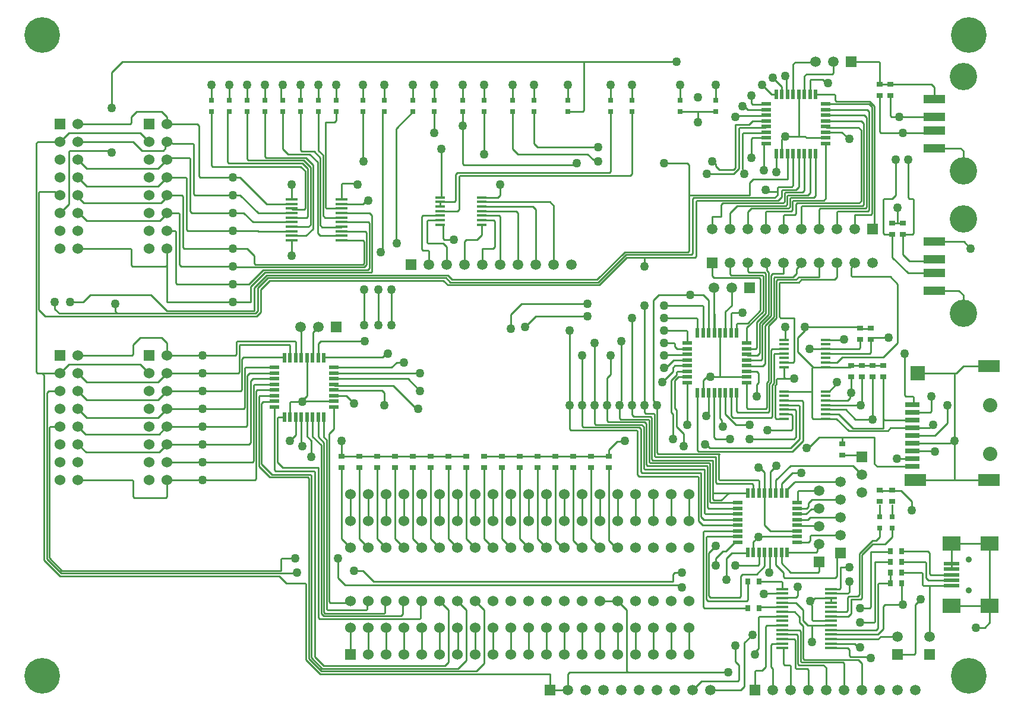
<source format=gtl>
G04*
G04 #@! TF.GenerationSoftware,Altium Limited,Altium Designer,22.3.1 (43)*
G04*
G04 Layer_Physical_Order=1*
G04 Layer_Color=255*
%FSLAX25Y25*%
%MOIN*%
G70*
G04*
G04 #@! TF.SameCoordinates,CC72978B-6F05-4AE3-AFEB-50B74E8C7AD0*
G04*
G04*
G04 #@! TF.FilePolarity,Positive*
G04*
G01*
G75*
%ADD13C,0.01000*%
%ADD17R,0.02362X0.05807*%
%ADD18R,0.05807X0.02362*%
%ADD19R,0.05807X0.01772*%
%ADD20R,0.12000X0.04724*%
%ADD21R,0.07874X0.02756*%
%ADD22R,0.12000X0.07000*%
%ADD23R,0.07874X0.07874*%
%ADD24R,0.12000X0.07000*%
%ADD25R,0.03150X0.03150*%
%ADD26R,0.03150X0.03740*%
%ADD27R,0.03740X0.03150*%
%ADD28R,0.07087X0.01772*%
%ADD29R,0.06693X0.01772*%
%ADD30R,0.09055X0.01968*%
%ADD31R,0.09843X0.07874*%
%ADD61C,0.05906*%
%ADD62R,0.05906X0.05906*%
%ADD63C,0.06000*%
%ADD64R,0.06000X0.06000*%
%ADD65C,0.15354*%
%ADD66C,0.08000*%
%ADD67C,0.05906*%
%ADD68R,0.05906X0.05906*%
%ADD69R,0.05906X0.05906*%
%ADD70R,0.06000X0.06000*%
%ADD71C,0.03543*%
%ADD72R,0.05906X0.05906*%
%ADD73C,0.20000*%
%ADD74C,0.05000*%
D13*
X216918Y183000D02*
X229918Y170000D01*
X184260Y183000D02*
X216918D01*
X316000Y22000D02*
X348586D01*
X315000Y12000D02*
Y21000D01*
X316000Y22000D01*
X59000Y339000D02*
Y359000D01*
X65000Y365000D02*
X324586D01*
X59000Y359000D02*
X65000Y365000D01*
X35586Y315000D02*
X56530D01*
X35000Y285000D02*
Y314414D01*
X35586Y315000D01*
X76000D02*
X88000D01*
X40000Y320000D02*
X71000D01*
X76000Y315000D01*
X30000Y280000D02*
X35000Y285000D01*
X324586Y365000D02*
X376000D01*
X438276Y299000D02*
Y313315D01*
X419000Y299000D02*
X438276D01*
X417000Y297000D02*
X419000Y299000D01*
X417000Y290000D02*
Y297000D01*
X432500Y291939D02*
Y293914D01*
Y289965D02*
Y291939D01*
X426061D02*
X432500D01*
X426000Y292000D02*
X426061Y291939D01*
X383586Y290000D02*
X417000D01*
X397000Y154000D02*
Y179000D01*
X398000Y153000D02*
X406000D01*
X397000Y154000D02*
X398000Y153000D01*
X392586Y150000D02*
X394586Y148000D01*
X392000Y150000D02*
X392586D01*
X394586Y148000D02*
X440000D01*
X243614Y288677D02*
X244000Y289063D01*
X243433Y288677D02*
X243614D01*
X244000Y289063D02*
Y316000D01*
X256000Y329000D02*
Y336850D01*
Y307503D02*
Y329000D01*
X208500Y217000D02*
Y237000D01*
X218500Y263000D02*
Y327350D01*
X142561Y237000D02*
X147561Y242000D01*
X245000D02*
X247500Y239500D01*
X147561Y242000D02*
X245000D01*
X247500Y239500D02*
X332621D01*
X246500Y243500D02*
X249000Y241000D01*
X332000D01*
X247500Y245000D02*
X250000Y242500D01*
X331379D01*
X346879Y258000D01*
X146000Y245000D02*
X247500D01*
X146621Y243500D02*
X246500D01*
X200750Y217250D02*
Y236750D01*
X200500Y217000D02*
X200750Y217250D01*
X200500Y237000D02*
X200750Y236750D01*
X268000Y313000D02*
Y336850D01*
X284000Y316000D02*
X287000Y313000D01*
X284000Y316000D02*
Y336850D01*
X331235Y309765D02*
X332000Y309000D01*
X287000Y313000D02*
X326000D01*
X329235Y309765D01*
X331235D01*
X216000Y219000D02*
Y239000D01*
X212000Y172000D02*
Y179000D01*
X212918Y201000D02*
X214000D01*
X210918Y199000D02*
X212918Y201000D01*
X178024Y198685D02*
X178390D01*
X178705Y199000D02*
X210918D01*
X178390Y198685D02*
X178705Y199000D01*
X218918Y196000D02*
X223000D01*
X215941Y193024D02*
X218918Y196000D01*
X183685Y193024D02*
X215941D01*
X229918Y170000D02*
X231000D01*
X225276Y186724D02*
X232000Y180000D01*
X183685Y186724D02*
X225276D01*
X183685Y189874D02*
X183748Y189937D01*
X231937D01*
X232000Y190000D01*
X283000Y215000D02*
Y223000D01*
X289000Y229000D02*
X326000D01*
X283000Y223000D02*
X289000Y229000D01*
X256586Y306918D02*
X317835D01*
X318918Y308000D02*
X320000D01*
X317835Y306918D02*
X318918Y308000D01*
X256000Y307503D02*
X256586Y306918D01*
X240000Y325000D02*
Y336850D01*
X297000Y222000D02*
X326000D01*
X291000Y216000D02*
X297000Y222000D01*
X400299Y164500D02*
X401235Y163565D01*
Y160765D02*
Y163565D01*
X400299Y164500D02*
Y179000D01*
X401235Y160765D02*
X402000Y160000D01*
X403449Y167000D02*
Y179000D01*
Y167000D02*
X409449Y161000D01*
X406598Y165972D02*
Y179000D01*
X407570Y165000D02*
X428914D01*
X406598Y165972D02*
X407570Y165000D01*
X409449Y161000D02*
X417000D01*
X376000Y160000D02*
Y169147D01*
X382000Y161000D02*
Y184622D01*
X394000Y166000D02*
Y179000D01*
X393000Y166000D02*
X394000Y165000D01*
X129586Y208000D02*
X161690D01*
X110000Y200000D02*
X128414D01*
X129000Y200586D01*
Y207414D01*
X129586Y208000D01*
X369000Y308000D02*
X382000D01*
X383000Y289414D02*
Y307000D01*
X382000Y308000D02*
X383000Y307000D01*
X385586Y288500D02*
X431036D01*
X387000Y255586D02*
Y286414D01*
X387586Y287000D02*
X433000D01*
X387000Y286414D02*
X387586Y287000D01*
X385000Y287914D02*
X385586Y288500D01*
X385000Y257086D02*
Y287914D01*
X358000Y255000D02*
X386414D01*
X348121D02*
X358000D01*
Y250000D02*
Y255000D01*
X298000Y317000D02*
X332000D01*
X296000Y319000D02*
X298000Y317000D01*
X296000Y319000D02*
Y336850D01*
X324000Y337436D02*
Y364414D01*
X323414Y336850D02*
X324000Y337436D01*
X315000Y336850D02*
X323414D01*
X324000Y364414D02*
X324586Y365000D01*
X506000Y288586D02*
Y310000D01*
X520500Y253937D02*
X521437Y253000D01*
X506000Y288586D02*
X506586Y288000D01*
X479000Y215000D02*
X484850D01*
X388000Y336850D02*
X398000D01*
X378000D02*
X388000D01*
Y331000D02*
Y336850D01*
X174874Y206414D02*
X176460Y208000D01*
X201000D01*
X183685Y177276D02*
X190724D01*
X195000Y173000D01*
X211000Y336000D02*
X212000Y337000D01*
X211000Y258000D02*
Y336000D01*
X201918Y287000D02*
X203000D01*
X188020Y285000D02*
X199918D01*
X201918Y287000D01*
X140243Y222000D02*
X142561Y224318D01*
Y237000D01*
X141061Y224939D02*
Y236939D01*
X139621Y223500D02*
X141061Y224939D01*
X141000Y237000D02*
X141061Y236939D01*
X141000Y237879D02*
X146621Y243500D01*
X139000Y238000D02*
X146000Y245000D01*
X141000Y237000D02*
Y237879D01*
X139000Y225000D02*
Y238000D01*
X205000Y247000D02*
Y278414D01*
X127000Y230000D02*
X137000D01*
X204500Y246500D02*
X205000Y247000D01*
X145000Y246500D02*
X204500D01*
X144000Y248000D02*
X202500D01*
X203500Y249000D01*
Y274135D01*
X137000Y238500D02*
X145000Y246500D01*
X137000Y230000D02*
Y238500D01*
X136000Y240000D02*
X144000Y248000D01*
X127000Y240000D02*
X136000D01*
X202000Y250964D02*
Y269000D01*
X139586Y251000D02*
X199914D01*
X200535Y249500D02*
X202000Y250964D01*
X127500Y249500D02*
X200535D01*
X200500Y251586D02*
Y263898D01*
X199914Y251000D02*
X200500Y251586D01*
X187976Y269602D02*
X201398D01*
X202000Y269000D01*
X127000Y250000D02*
X127500Y249500D01*
X139000Y251586D02*
Y256000D01*
Y251586D02*
X139586Y251000D01*
X98000Y250000D02*
X127000D01*
X218500Y327350D02*
X228000Y336850D01*
X332621Y239500D02*
X348121Y255000D01*
X332000Y241000D02*
X347500Y256500D01*
X200000Y310586D02*
Y336850D01*
X200235Y308765D02*
Y310351D01*
X200000Y310586D02*
X200235Y310351D01*
X252000Y286704D02*
Y301414D01*
X253086Y302500D02*
X338414D01*
X254000Y300414D02*
X254586Y301000D01*
X254000Y282000D02*
Y300414D01*
X251414Y286118D02*
X252000Y286704D01*
X243433Y286118D02*
X251414D01*
X252000Y301414D02*
X253086Y302500D01*
X254586Y301000D02*
X350000D01*
X253000Y281000D02*
X254000Y282000D01*
X277000Y290000D02*
Y296000D01*
X351000Y302000D02*
Y336850D01*
X350000Y301000D02*
X351000Y302000D01*
X338414Y302500D02*
X339000Y303086D01*
Y336850D01*
X243433Y281000D02*
X253000D01*
X243433Y283559D02*
Y286118D01*
X233586Y278441D02*
X243433D01*
X233000Y259586D02*
Y277855D01*
X233586Y259000D02*
X236414D01*
X233000Y277855D02*
X233586Y278441D01*
X233000Y259586D02*
X233586Y259000D01*
X235882Y275296D02*
X236468Y275882D01*
X235882Y263586D02*
Y275296D01*
X236468Y275882D02*
X243433D01*
X236468Y263000D02*
X245000D01*
X235882Y263586D02*
X236468Y263000D01*
X236414Y259000D02*
X237000Y258414D01*
Y251000D02*
Y258414D01*
X245000Y263000D02*
X247000Y261000D01*
Y251000D02*
Y261000D01*
X245000Y265586D02*
X245586Y265000D01*
X245000Y265586D02*
Y272937D01*
X245586Y265000D02*
X251000D01*
X244614Y273323D02*
X245000Y272937D01*
X243433Y273323D02*
X244614D01*
X266567Y288677D02*
X275677D01*
X277000Y290000D01*
X292179Y283559D02*
X292206Y283586D01*
X266567Y286118D02*
X304882D01*
X266567Y283559D02*
X292179D01*
X307000Y251000D02*
Y284000D01*
X295414Y283586D02*
X297000Y282000D01*
X292206Y283586D02*
X295414D01*
X304882Y286118D02*
X307000Y284000D01*
X266567Y281000D02*
X286000D01*
X287000Y251000D02*
Y280000D01*
X286000Y281000D02*
X287000Y280000D01*
X267000Y260000D02*
X273000D01*
X274000Y261000D01*
X277000Y251000D02*
Y277855D01*
X266567Y278441D02*
X276414D01*
X277000Y277855D01*
X274000Y261000D02*
Y275296D01*
X266567Y275882D02*
X273414D01*
X274000Y275296D01*
X267000Y251000D02*
Y260000D01*
X257000Y264000D02*
X258000Y265000D01*
X257000Y251000D02*
Y264000D01*
X258000Y265000D02*
X264000D01*
X266567Y267567D01*
Y273323D01*
X297000Y251000D02*
Y282000D01*
X480000Y172586D02*
Y187850D01*
X479414Y172000D02*
X480000Y172586D01*
X485000Y201586D02*
Y208850D01*
X459567Y201000D02*
X484414D01*
X485000Y201586D01*
X465882Y195882D02*
X469000Y199000D01*
X459567Y195882D02*
X465882D01*
X469000Y199000D02*
X492000D01*
X500000Y207000D01*
X502000Y124000D02*
X508000Y118000D01*
X491148Y123297D02*
Y123778D01*
X491370Y124000D02*
X502000D01*
X491148Y123778D02*
X491370Y124000D01*
X410334Y168000D02*
X427414D01*
X432000Y183686D02*
Y186414D01*
X429000Y202973D02*
X429586Y203559D01*
X428000Y168586D02*
Y183929D01*
X426500Y184550D02*
X427500Y185550D01*
X428000Y183929D02*
X429000Y184929D01*
X431444Y164909D02*
Y183130D01*
X429500Y165586D02*
Y183308D01*
X432029Y164323D02*
X436433D01*
X430500Y184308D02*
Y200414D01*
X432586Y187000D02*
X437019D01*
X415995Y170000D02*
X425914D01*
X431444Y164909D02*
X432029Y164323D01*
X429500Y183308D02*
X430500Y184308D01*
X425914Y170000D02*
X426500Y170586D01*
X428914Y165000D02*
X429500Y165586D01*
X430500Y200414D02*
X431086Y201000D01*
X427500Y216379D02*
X432000Y220879D01*
X427500Y185550D02*
Y216379D01*
X429000Y184929D02*
Y202973D01*
X426500Y170586D02*
Y184550D01*
X427414Y168000D02*
X428000Y168586D01*
X432000Y186414D02*
X432586Y187000D01*
X431444Y183130D02*
X432000Y183686D01*
X398000Y343150D02*
Y352000D01*
X378000Y343150D02*
Y352000D01*
X351000Y343150D02*
Y352000D01*
X339000Y343150D02*
Y352000D01*
X315000Y343150D02*
Y352000D01*
X296000Y343150D02*
Y352000D01*
X284000Y343150D02*
Y352000D01*
X268000Y343150D02*
Y352000D01*
X256000Y343150D02*
Y352000D01*
X240000Y343150D02*
Y352000D01*
X228000Y343150D02*
Y352000D01*
X212000Y343299D02*
Y352000D01*
X200000Y343150D02*
Y352000D01*
X437000Y357000D02*
X437638Y356362D01*
Y347323D02*
Y356362D01*
X434445Y347366D02*
X435126Y346685D01*
X430000Y356000D02*
X435126Y350874D01*
X179000Y330850D02*
X183850D01*
X185000Y332000D01*
Y336850D01*
X177500Y278365D02*
X178586Y277279D01*
X179000Y282983D02*
Y330850D01*
X174500Y268500D02*
X175957Y267043D01*
X177500Y278365D02*
Y312500D01*
X175000Y315000D02*
X177500Y312500D01*
X174500Y268500D02*
Y308500D01*
X179586Y282398D02*
X187976D01*
X176000Y273086D02*
Y311000D01*
X179000Y282983D02*
X179586Y282398D01*
X170000Y313000D02*
X174500Y308500D01*
X172500Y314500D02*
X176000Y311000D01*
Y273086D02*
X177086Y272000D01*
X178586Y277279D02*
X187976D01*
X177086Y272000D02*
X187815D01*
X175000Y315000D02*
Y336850D01*
X165586Y314500D02*
X172500D01*
X158000Y313000D02*
X170000D01*
X187815Y272000D02*
X187976Y272161D01*
X165000Y315086D02*
X165586Y314500D01*
X165000Y315086D02*
Y336850D01*
X155000Y316000D02*
X158000Y313000D01*
X155000Y316000D02*
Y336850D01*
X168000Y311000D02*
X172000Y307000D01*
X145586Y311000D02*
X168000D01*
X172000Y271000D02*
Y307000D01*
X168043Y267043D02*
X172000Y271000D01*
X160024Y272161D02*
X169414D01*
X170500Y273247D02*
Y305621D01*
X169414Y272161D02*
X170500Y273247D01*
X160024Y267043D02*
X168043D01*
X175957D02*
X187976D01*
Y284957D02*
X188020Y285000D01*
X187976Y296029D02*
X188562Y296615D01*
X196385D01*
X187976Y287516D02*
Y296029D01*
X196385Y296615D02*
X197000Y296000D01*
X160000D02*
X160024Y295976D01*
Y287516D02*
Y295976D01*
X160000Y256000D02*
X160024Y256024D01*
Y264484D01*
X145000Y311586D02*
Y336850D01*
Y311586D02*
X145586Y311000D01*
X135586Y309500D02*
X166621D01*
X135000Y310086D02*
Y336850D01*
Y310086D02*
X135586Y309500D01*
X166000Y308000D02*
X169000Y305000D01*
X124511Y308000D02*
X166000D01*
X165000Y306000D02*
X167500Y303500D01*
X169000Y278000D02*
Y305000D01*
X123925Y308586D02*
X124511Y308000D01*
X167500Y282586D02*
Y303500D01*
X115000Y306586D02*
X115586Y306000D01*
X165000D01*
X166621Y309500D02*
X170500Y305621D01*
X168280Y277279D02*
X169000Y278000D01*
X160024Y277279D02*
X168280D01*
X166914Y282000D02*
X167500Y282586D01*
X165079Y282000D02*
X166914D01*
X123925Y308586D02*
Y335776D01*
X125000Y336850D01*
X160409Y282012D02*
X165067D01*
X165079Y282000D01*
X160024Y282398D02*
X160409Y282012D01*
X115000Y306586D02*
Y336850D01*
X187976Y264484D02*
X199914D01*
X200500Y263898D01*
X187976Y274721D02*
X202914D01*
X203500Y274135D01*
X187976Y279839D02*
X203576D01*
X205000Y278414D01*
X146043Y284957D02*
X160024D01*
X127000Y300000D02*
X131000D01*
X146043Y284957D01*
X141161Y279839D02*
X160024D01*
X131000Y290000D02*
X141161Y279839D01*
X127000Y290000D02*
X131000D01*
X138279Y274721D02*
X160024D01*
X133000Y280000D02*
X138279Y274721D01*
X127000Y280000D02*
X133000D01*
X127000Y270000D02*
X141000D01*
X141398Y269602D02*
X160024D01*
X141000Y270000D02*
X141398Y269602D01*
X135000Y260000D02*
X139000Y256000D01*
X127000Y260000D02*
X135000D01*
X21723Y222000D02*
X140243D01*
X62000Y223500D02*
X139621D01*
X90000Y225000D02*
X139000D01*
X29500Y223500D02*
X62000D01*
X61000Y224500D02*
Y229000D01*
Y224500D02*
X62000Y223500D01*
X81000Y234000D02*
X90000Y225000D01*
X47000Y234000D02*
X81000D01*
X43000Y230000D02*
X47000Y234000D01*
X35500Y230000D02*
X43000D01*
X27000Y226000D02*
Y230000D01*
Y226000D02*
X29500Y223500D01*
X18137Y225586D02*
X21723Y222000D01*
X90000Y230000D02*
X127000D01*
X16637Y190586D02*
X17223Y190000D01*
X20121Y189586D02*
Y190000D01*
Y189586D02*
X21000Y188707D01*
X17223Y190000D02*
X20121D01*
X30000D01*
X21000Y84879D02*
Y188707D01*
X16637Y190586D02*
Y319051D01*
X17586Y320000D01*
X30000D01*
X18137Y225586D02*
Y291414D01*
X18723Y292000D02*
X26914D01*
X18137Y291414D02*
X18723Y292000D01*
X175879Y21000D02*
X305000D01*
Y12000D02*
Y21000D01*
X167414Y72000D02*
X168000Y71414D01*
X157000Y72000D02*
X167414D01*
X168000Y28879D02*
Y71414D01*
Y28879D02*
X175879Y21000D01*
X153000Y76000D02*
X157000Y72000D01*
X29879Y76000D02*
X153000D01*
X21000Y84879D02*
X29879Y76000D01*
X22500Y85500D02*
Y178914D01*
X24000Y86121D02*
Y159414D01*
X30500Y77500D02*
X162500D01*
X22500Y85500D02*
X30500Y77500D01*
X24000Y86121D02*
X31121Y79000D01*
X154000D01*
X478414Y285500D02*
X479500Y286586D01*
X458599Y287000D02*
X459685Y288086D01*
X443586Y285500D02*
X478414D01*
X442989Y293000D02*
X444575Y294586D01*
X437086Y291500D02*
X446639D01*
X440086Y288500D02*
X452938D01*
X449788Y290000D02*
X450874Y291086D01*
X439500Y287914D02*
X440086Y288500D01*
X443000Y279586D02*
Y284914D01*
X438586Y290000D02*
X449788D01*
X435586Y293000D02*
X442989D01*
X433086Y294500D02*
X440500D01*
X441000Y281672D02*
Y286414D01*
X441586Y287000D01*
X441425Y295425D02*
Y313315D01*
X443000Y284914D02*
X443586Y285500D01*
X439500Y283257D02*
Y287914D01*
X441586Y287000D02*
X458599D01*
X440500Y294500D02*
X441425Y295425D01*
X452938Y288500D02*
X454024Y289586D01*
X446639Y291500D02*
X447724Y292586D01*
X435000Y292414D02*
X435586Y293000D01*
X432500Y293914D02*
X433086Y294500D01*
X435000Y289000D02*
Y292414D01*
X436500Y290914D02*
X437086Y291500D01*
X438000Y289414D02*
X438586Y290000D01*
X438000Y284757D02*
Y289414D01*
X444575Y294586D02*
Y313315D01*
X435743Y285500D02*
X436500Y286257D01*
X437243Y284000D02*
X438000Y284757D01*
X433000Y287000D02*
X435000Y289000D01*
X436500Y286257D02*
Y290914D01*
X438743Y282500D02*
X439500Y283257D01*
X431036Y288500D02*
X432500Y289965D01*
X426000Y280414D02*
X426586Y281000D01*
X410086Y284000D02*
X437243D01*
X440328Y281000D02*
X441000Y281672D01*
X426586Y281000D02*
X440328D01*
X383000Y258586D02*
Y289414D01*
X426000Y271000D02*
Y280414D01*
X383000Y289414D02*
X383586Y290000D01*
X416000Y280414D02*
X418086Y282500D01*
X402086Y285500D02*
X435743D01*
X401000Y284414D02*
X402086Y285500D01*
X406000Y279914D02*
X410086Y284000D01*
X418086Y282500D02*
X438743D01*
X386414Y255000D02*
X387000Y255586D01*
X347500Y256500D02*
X384414D01*
X382414Y258000D02*
X383000Y258586D01*
X346879Y258000D02*
X382414D01*
X384414Y256500D02*
X385000Y257086D01*
X26914Y292000D02*
X28914Y290000D01*
X30000D01*
X401000Y278000D02*
Y284414D01*
X43354Y285647D02*
X86646D01*
X40000Y289000D02*
X43354Y285647D01*
X40000Y289000D02*
Y290000D01*
X90000Y289000D02*
Y290000D01*
X86646Y285647D02*
X90000Y289000D01*
X185000Y343150D02*
Y351000D01*
X175000Y343150D02*
Y352000D01*
X165000Y343150D02*
Y352000D01*
X154000Y344150D02*
X155000Y343150D01*
X154000Y344150D02*
Y352000D01*
X145000Y343150D02*
Y352000D01*
X135000Y343150D02*
Y352000D01*
X125000Y343150D02*
Y352000D01*
X115000Y343150D02*
Y352000D01*
X107000Y330000D02*
X108000Y329000D01*
X90000Y330000D02*
X107000D01*
X108000Y300586D02*
Y329000D01*
X93086Y319000D02*
X104414D01*
X105000Y290586D02*
Y318414D01*
X104414Y319000D02*
X105000Y318414D01*
X90000Y320000D02*
X90957Y319043D01*
X93042D02*
X93086Y319000D01*
X90957Y319043D02*
X93042D01*
Y310957D02*
X93086Y311000D01*
X102414D02*
X103000Y310414D01*
Y281000D02*
Y310414D01*
X85000Y305000D02*
X90957Y310957D01*
X93042D01*
X93086Y311000D02*
X102414D01*
X97000Y251000D02*
X98000Y250000D01*
X97000Y251000D02*
Y279414D01*
X90000Y300000D02*
X100414D01*
X101000Y299414D01*
Y270586D02*
Y299414D01*
X103000Y281000D02*
X104000Y280000D01*
X127000D01*
X101586Y270000D02*
X127000D01*
X101000Y270586D02*
X101586Y270000D01*
X105000Y290586D02*
X105586Y290000D01*
X127000D01*
X108586Y300000D02*
X127000D01*
X108000Y300586D02*
X108586Y300000D01*
X98414Y289939D02*
X99000Y289353D01*
Y260586D02*
Y289353D01*
X90061Y289939D02*
X98414D01*
X99000Y260586D02*
X99586Y260000D01*
X90000Y290000D02*
X90061Y289939D01*
X99586Y260000D02*
X127000D01*
X95586Y240000D02*
X127000D01*
X94414Y270000D02*
X95000Y269414D01*
Y240586D02*
Y269414D01*
Y240586D02*
X95586Y240000D01*
X90000Y270000D02*
X94414D01*
X90000Y280000D02*
X96414D01*
X97000Y279414D01*
X90000Y250586D02*
Y260000D01*
Y230000D02*
Y250586D01*
X396414Y309000D02*
X398000Y307414D01*
Y306121D02*
Y307414D01*
X396000Y309000D02*
X396414D01*
X398000Y306121D02*
X400061Y304061D01*
X407939D01*
X409000Y305121D01*
Y329414D01*
X393000Y302000D02*
X408000D01*
X411000Y305000D02*
Y327414D01*
X408000Y302000D02*
X411000Y305000D01*
X413000Y340000D02*
X414000D01*
X416063Y337937D01*
X426252D01*
X409362Y334362D02*
X425953D01*
X409000Y334000D02*
X409362Y334362D01*
X425953D02*
X426315Y334724D01*
X416500Y329500D02*
X418575Y331575D01*
X426315D01*
X409086Y329500D02*
X416500D01*
X409000Y329414D02*
X409086Y329500D01*
X426252Y337937D02*
X426315Y337874D01*
X418586Y341012D02*
X426279D01*
X418000Y341598D02*
X418586Y341012D01*
X418000Y341598D02*
Y346000D01*
X424000Y352000D02*
X429315Y346685D01*
X431976D01*
X435126D02*
Y350874D01*
X437638Y347323D02*
X438276Y346685D01*
X441425D02*
Y363425D01*
X442558Y364559D01*
X383500Y234000D02*
X391000D01*
X411586Y328000D02*
X425890D01*
X411000Y327414D02*
X411586Y328000D01*
X425890D02*
X426315Y328425D01*
X413586Y325000D02*
X426039D01*
X413235Y302765D02*
Y304351D01*
X413000Y304586D02*
X413235Y304351D01*
X413000Y304586D02*
Y324414D01*
X413235Y302765D02*
X414000Y302000D01*
X413000Y324414D02*
X413586Y325000D01*
X426039D02*
X426315Y325276D01*
X418000Y311000D02*
Y321540D01*
X418586Y322126D02*
X426315D01*
X418000Y321540D02*
X418586Y322126D01*
X497000Y288000D02*
X499000Y290000D01*
X520500Y246063D02*
X520563Y246000D01*
X499000Y290000D02*
Y310000D01*
X425000Y304000D02*
Y318295D01*
X425681Y318976D02*
X426315D01*
X425000Y318295D02*
X425681Y318976D01*
X431976Y313315D02*
X431988Y313303D01*
Y303012D02*
Y313303D01*
Y303012D02*
X432000Y303000D01*
X490000Y325586D02*
X490586Y325000D01*
X519437D01*
X490000Y325586D02*
Y345850D01*
X519437Y325000D02*
X520500Y326063D01*
X472500Y321500D02*
X473000D01*
X468724Y325276D02*
X472500Y321500D01*
X436000Y271000D02*
Y278414D01*
X436586Y279000D01*
X442414D01*
X358000Y172000D02*
Y228000D01*
X459918Y353000D02*
X461000D01*
X451460Y355000D02*
X457918D01*
X459918Y353000D01*
X450874Y354414D02*
X451460Y355000D01*
X450874Y346685D02*
Y354414D01*
X464000Y358586D02*
Y365000D01*
X449000Y358000D02*
X463414D01*
X464000Y358586D01*
X447724Y356724D02*
X449000Y358000D01*
X447724Y346685D02*
Y356724D01*
X442558Y364559D02*
X452424D01*
X452865Y365000D01*
X490000Y352150D02*
X496000D01*
X518850D01*
X490000D02*
Y364414D01*
X473137Y365000D02*
X489414D01*
X490000Y364414D01*
X501000Y334000D02*
X520437D01*
X496586D02*
X501000D01*
X520500Y333937D02*
X520563Y334000D01*
X520437D02*
X520500Y333937D01*
X487000Y272000D02*
Y340000D01*
X485500Y279586D02*
Y339379D01*
X481276Y334724D02*
X482500Y333500D01*
X484000Y281586D02*
Y336748D01*
X466586Y281000D02*
X483414D01*
X482500Y283086D02*
Y333500D01*
X481000Y284586D02*
Y330172D01*
X476000Y279000D02*
X484914D01*
X484476Y342524D02*
X487000Y340000D01*
X478000Y328000D02*
X479500Y326500D01*
Y286586D02*
Y326500D01*
X483414Y281000D02*
X484000Y281586D01*
X479586Y331586D02*
X481000Y330172D01*
X483855Y341024D02*
X485500Y339379D01*
X482874Y337874D02*
X484000Y336748D01*
X456586Y282500D02*
X481914D01*
X446586Y284000D02*
X480414D01*
X481000Y284586D01*
X459685Y331575D02*
X479575D01*
X484914Y279000D02*
X485500Y279586D01*
X481914Y282500D02*
X482500Y283086D01*
X479575Y331575D02*
X479586Y331586D01*
X486000Y271000D02*
X487000Y272000D01*
X508414Y267850D02*
X509000Y268436D01*
Y287414D01*
X503000Y267850D02*
X508414D01*
Y288000D02*
X509000Y287414D01*
X506586Y288000D02*
X508414D01*
X537220Y263779D02*
X541000Y260000D01*
X520500Y263779D02*
X537220D01*
X500000Y274150D02*
X503000D01*
X497000D02*
X500000D01*
Y283000D01*
X492586Y267850D02*
X497000D01*
X492000Y268436D02*
Y287414D01*
Y268436D02*
X492586Y267850D01*
Y288000D02*
X497000D01*
X492000Y287414D02*
X492586Y288000D01*
X396000Y278000D02*
X401000D01*
X447724Y292586D02*
Y313315D01*
X450874Y291086D02*
Y313315D01*
X416000Y271000D02*
Y280414D01*
X406000Y271000D02*
Y279914D01*
X454024Y289586D02*
Y313315D01*
X459685Y288086D02*
Y318976D01*
X446000Y271000D02*
Y283414D01*
X446586Y284000D01*
X442414Y279000D02*
X443000Y279586D01*
X456000Y271000D02*
Y281914D01*
X456586Y282500D01*
X466000Y280414D02*
X466586Y281000D01*
X466000Y271000D02*
Y280414D01*
X476000Y271000D02*
Y279000D01*
X366000Y234000D02*
X383500D01*
X363000Y231000D02*
X366000Y234000D01*
X363000Y174586D02*
Y231000D01*
X459685Y325276D02*
X468724D01*
X445000Y323000D02*
X447968D01*
X437000D02*
X445000D01*
X444575Y323425D02*
Y346685D01*
Y323425D02*
X445000Y323000D01*
X447968D02*
X448842Y322126D01*
X459685D01*
X435126Y321126D02*
X437000Y323000D01*
X435126Y313315D02*
Y321126D01*
X465000Y343109D02*
Y346099D01*
X454024Y346685D02*
X464414D01*
X465000Y346099D01*
X497000Y255000D02*
X505937Y246063D01*
X497000Y255000D02*
Y267850D01*
X503000Y256586D02*
X506586Y253000D01*
X503000Y256586D02*
Y267850D01*
X505937Y246063D02*
X520500D01*
X519563Y253000D02*
X520500Y253937D01*
X506586Y253000D02*
X519563D01*
X496000Y334586D02*
X496586Y334000D01*
X496000Y334586D02*
Y345850D01*
X520500Y343779D02*
Y350500D01*
X518850Y352150D02*
X520500Y350500D01*
X465000Y343109D02*
X465586Y342524D01*
X459685Y341024D02*
X483855D01*
X465586Y342524D02*
X484476D01*
X459685Y334724D02*
X481276D01*
X459685Y337874D02*
X482874D01*
X396000Y271000D02*
Y278000D01*
X460110Y328000D02*
X478000D01*
X459685Y328425D02*
X460110Y328000D01*
X536929Y223622D02*
Y233705D01*
X534414Y236221D02*
X536929Y233705D01*
X520500Y236221D02*
X534414D01*
X535414Y316220D02*
X536929Y314705D01*
X520500Y316220D02*
X535414D01*
X536929Y303622D02*
Y314705D01*
X414000Y38500D02*
X418500Y43000D01*
X414000Y14000D02*
Y38500D01*
X425000Y66000D02*
X425037Y66037D01*
X435183D01*
X404000Y86000D02*
X407000Y89000D01*
X404000Y74000D02*
Y86000D01*
X398000D02*
X402000Y90000D01*
X398000Y82000D02*
Y86000D01*
X408593Y94976D02*
X410315D01*
X403616Y90000D02*
X408593Y94976D01*
X402000Y90000D02*
X403616D01*
X407000Y89000D02*
X415661D01*
X413000Y77000D02*
X421000D01*
X394000Y89000D02*
X398000Y93000D01*
X412000Y64586D02*
Y76000D01*
X395000Y64000D02*
X411414D01*
X412000Y64586D01*
Y76000D02*
X413000Y77000D01*
X394000Y65000D02*
X395000Y64000D01*
X394000Y65000D02*
Y89000D01*
X421000Y204145D02*
Y218500D01*
X415410Y203559D02*
X420414D01*
X421000Y204145D01*
X440000Y138000D02*
X475000D01*
X431724Y129724D02*
X440000Y138000D01*
X475000D02*
X480000Y133000D01*
X441000Y134000D02*
X446000D01*
X434874Y127874D02*
X441000Y134000D01*
X434874Y122685D02*
Y127874D01*
X452000Y119000D02*
X468000D01*
X443685Y117024D02*
X444000Y117339D01*
X444586Y124000D02*
X456000D01*
X444000Y117339D02*
Y123414D01*
X444586Y124000D01*
X442000Y128414D02*
X442586Y129000D01*
X442000Y128384D02*
Y128414D01*
X442586Y129000D02*
X468000D01*
X438024Y122685D02*
Y124407D01*
X442000Y128384D01*
X450000Y117000D02*
X452000Y119000D01*
X450000Y115000D02*
Y117000D01*
X443685Y113874D02*
X448874D01*
X450000Y115000D01*
X451547Y113547D02*
X455547D01*
X448724Y110724D02*
X451547Y113547D01*
X455547D02*
X456000Y114000D01*
X443685Y110724D02*
X448724D01*
X451000Y109000D02*
X468000D01*
X449575Y107575D02*
X451000Y109000D01*
X443685Y107575D02*
X449575D01*
X428575Y134575D02*
X432000Y138000D01*
X428575Y122685D02*
Y134575D01*
X425425Y123685D02*
Y134061D01*
X422000Y137000D02*
X422486D01*
X425425Y134061D01*
X431724Y122685D02*
Y129724D01*
X425000Y123685D02*
X425713Y122972D01*
X428553Y101276D02*
X443685D01*
X425414Y104414D02*
X425425Y104425D01*
X425414Y104414D02*
X428553Y101276D01*
X425425Y104425D02*
Y122685D01*
X443898Y104213D02*
X455787D01*
X443685Y104425D02*
X443898Y104213D01*
X455787D02*
X456000Y104000D01*
X451586Y99000D02*
X468000D01*
X451000Y96000D02*
Y98414D01*
X451586Y99000D01*
X449976Y94976D02*
X451000Y96000D01*
X443685Y94976D02*
X449976D01*
X415661Y89000D02*
X415976Y89315D01*
X421690Y82000D02*
X422276Y82586D01*
Y89315D01*
X409000Y82000D02*
X421690D01*
X391000Y100690D02*
X391586Y101276D01*
X392500Y63000D02*
Y97540D01*
X393086Y98126D01*
X391000Y58586D02*
X391586Y58000D01*
X391000Y58586D02*
Y100690D01*
X392500Y63000D02*
X393500Y62000D01*
X415265D02*
X415850Y62586D01*
Y73000D01*
X393500Y62000D02*
X415265D01*
X438024Y89315D02*
X454414D01*
X455061Y93061D02*
X456000Y94000D01*
X455061Y89962D02*
Y93061D01*
X454414Y89315D02*
X455061Y89962D01*
X456000Y78586D02*
Y84000D01*
X455414Y78000D02*
X456000Y78586D01*
X440000Y78000D02*
X455414D01*
X466000Y87000D02*
X468000Y89000D01*
X466000Y76000D02*
Y87000D01*
X465000Y75000D02*
X466000Y76000D01*
Y88414D02*
X466586Y89000D01*
X468000D01*
X434874Y83126D02*
Y89315D01*
Y83126D02*
X440000Y78000D01*
X436586Y75000D02*
X465000D01*
X436000Y75586D02*
X436586Y75000D01*
X436000Y75586D02*
Y78000D01*
X431724Y82276D02*
X436000Y78000D01*
X431724Y82276D02*
Y89315D01*
X468000Y81000D02*
X473000D01*
X478500Y88500D02*
X486000Y96000D01*
X462780Y68634D02*
X467414D01*
X477489Y64575D02*
X478500Y65586D01*
X472000Y56424D02*
Y63989D01*
X462780Y55839D02*
X471414D01*
X468000Y69220D02*
Y81000D01*
X467414Y68634D02*
X468000Y69220D01*
X472586Y64575D02*
X477489D01*
X478500Y65586D02*
Y88500D01*
X472000Y63989D02*
X472586Y64575D01*
X471414Y55839D02*
X472000Y56424D01*
X480000Y63586D02*
Y87879D01*
X473000Y67000D02*
Y73000D01*
X485000Y58586D02*
Y89414D01*
X472075Y66075D02*
X473000Y67000D01*
X486121Y94000D02*
X493000D01*
X462780Y66075D02*
X472075D01*
X480000Y87879D02*
X486121Y94000D01*
X485000Y89414D02*
X495265D01*
X421000Y77000D02*
X425425Y81425D01*
Y89315D01*
X374000Y77000D02*
X375000Y78000D01*
X379000D01*
X205964Y73000D02*
X374000D01*
Y77000D01*
X376418Y71000D02*
X377918Y69500D01*
X186000Y75000D02*
X190000Y71000D01*
X377918Y69500D02*
X379000D01*
X190000Y71000D02*
X376418D01*
X199964Y79000D02*
X205964Y73000D01*
X428287Y89028D02*
X428575Y89315D01*
X428287Y78287D02*
Y89028D01*
X428000Y78000D02*
X428287Y78287D01*
X393086Y98126D02*
X410315D01*
X391586Y58000D02*
X415850D01*
X391586Y101276D02*
X410315D01*
X365586Y144500D02*
X400000D01*
X399500Y130586D02*
Y144000D01*
X400086Y130000D02*
X421690D01*
X399500Y130586D02*
X400086Y130000D01*
X399500Y144000D02*
X400000Y144500D01*
X421690Y130000D02*
X422276Y129414D01*
Y122685D02*
Y129414D01*
X396250Y123000D02*
Y140750D01*
Y119109D02*
Y123000D01*
X396565Y122685D02*
X405161D01*
X396250Y123000D02*
X396565Y122685D01*
X364086Y143000D02*
X398000D01*
Y128586D02*
X398586Y128000D01*
X398000Y128586D02*
Y143000D01*
X398586Y128000D02*
X418252D01*
X405161Y122685D02*
X415976D01*
X401000Y118524D02*
X405161Y122685D01*
X418252Y128000D02*
X419126Y127126D01*
Y122685D02*
Y127126D01*
X362586Y141000D02*
X396000D01*
X396836Y118524D02*
X401000D01*
X394750Y117609D02*
Y138914D01*
X361086Y139500D02*
X394164D01*
X396000Y141000D02*
X396250Y140750D01*
X394164Y139500D02*
X394750Y138914D01*
X396250Y119109D02*
X396836Y118524D01*
X395336Y117024D02*
X410315D01*
X394750Y117609D02*
X395336Y117024D01*
X359586Y138000D02*
X392854D01*
X393250Y114460D02*
X393836Y113874D01*
X410315D01*
X393250Y114460D02*
Y137604D01*
X392854Y138000D02*
X393250Y137604D01*
X391750Y111310D02*
X392336Y110724D01*
X391750Y111310D02*
Y136000D01*
X358086D02*
X391750D01*
X392336Y110724D02*
X410315D01*
X356586Y134000D02*
X389793D01*
Y109207D02*
Y134000D01*
X388293Y106707D02*
X390586Y104414D01*
X355000Y132000D02*
X387707D01*
X388293Y106707D02*
Y131414D01*
X387707Y132000D02*
X388293Y131414D01*
X389793Y109207D02*
X391425Y107575D01*
X410315D01*
X399254Y104425D02*
X400161D01*
X399243Y104414D02*
X399254Y104425D01*
X390586Y104414D02*
X399243D01*
X421000Y177000D02*
Y183541D01*
X422000Y184541D01*
Y190000D01*
X421039Y190961D02*
X422000Y190000D01*
X415410Y170586D02*
X415995Y170000D01*
X415410Y170586D02*
Y184661D01*
X409748Y168586D02*
Y179000D01*
Y168586D02*
X410334Y168000D01*
X440000Y148000D02*
X445000Y153000D01*
X388287Y146000D02*
X441000D01*
X387701Y146586D02*
X388287Y146000D01*
X441000D02*
X447000Y152000D01*
X387701Y146586D02*
Y179000D01*
X440414Y158000D02*
X441000Y158586D01*
Y166296D01*
X427000Y158000D02*
X440414D01*
Y166882D02*
X441000Y166296D01*
X436433Y166882D02*
X440414D01*
X429586Y203559D02*
X436433D01*
X431086Y201000D02*
X436433D01*
X415410Y190961D02*
X421039D01*
X479150Y143850D02*
X480000Y143000D01*
X469000Y143850D02*
X479150D01*
X469000Y153939D02*
X487000D01*
X456000D02*
X469000D01*
Y150150D02*
Y153939D01*
X464500Y242500D02*
X466000Y244000D01*
X446000Y242500D02*
X464500D01*
X444500Y244000D02*
X456000D01*
Y252000D01*
X444500Y241000D02*
X446000Y242500D01*
X433500Y240414D02*
X434086Y241000D01*
X433500Y221743D02*
Y240414D01*
X434086Y241000D02*
X444500D01*
X433500Y221743D02*
X434243Y221000D01*
X432586Y242500D02*
X443000D01*
X444500Y244000D01*
X432000Y220879D02*
Y241914D01*
X432586Y242500D01*
X431086Y244000D02*
X441414D01*
X443238Y245824D01*
X430500Y243414D02*
X431086Y244000D01*
X430000Y246000D02*
X436000D01*
Y252000D01*
X443238Y245824D02*
Y248465D01*
X430500Y221500D02*
Y243414D01*
X425500Y195086D02*
Y216500D01*
X430500Y221500D01*
X424000Y217121D02*
X429000Y222121D01*
Y245000D01*
X424000Y197846D02*
Y217121D01*
X421000Y218500D02*
X426000Y223500D01*
X415879Y218000D02*
X423000Y225121D01*
X422500Y217879D02*
X427500Y222879D01*
Y246535D01*
X423000Y225121D02*
Y229500D01*
X415410Y206709D02*
Y215409D01*
X426000Y223500D02*
Y245914D01*
X424500Y224500D02*
Y244414D01*
X415410Y215409D02*
X424500Y224500D01*
X410334Y218000D02*
X415879D01*
X422500Y201086D02*
Y217879D01*
X429000Y245000D02*
X430000Y246000D01*
X426488Y247547D02*
X427500Y246535D01*
X426488Y247547D02*
Y251512D01*
X426000Y252000D02*
X426488Y251512D01*
X425414Y246500D02*
X426000Y245914D01*
X406586Y245000D02*
X423914D01*
X424500Y244414D01*
X416586Y246500D02*
X425414D01*
X423000Y229500D02*
Y242914D01*
X416000Y247086D02*
Y252000D01*
Y247086D02*
X416586Y246500D01*
X396000Y244586D02*
X397086Y243500D01*
X422414D01*
X423000Y242914D01*
X406000Y245586D02*
Y252000D01*
Y245586D02*
X406586Y245000D01*
X396000Y244586D02*
Y252000D01*
X434243Y221000D02*
X442000D01*
X409748Y212370D02*
Y217414D01*
X410334Y218000D01*
X442000Y196468D02*
Y221000D01*
X466000Y244000D02*
Y252000D01*
X446000Y251227D02*
Y252000D01*
X443238Y248465D02*
X446000Y251227D01*
X421414Y200000D02*
X422500Y201086D01*
X415819Y200000D02*
X421414D01*
X424414Y194000D02*
X425500Y195086D01*
X423414Y197260D02*
X424000Y197846D01*
X415410Y197260D02*
X423414D01*
X415520Y194000D02*
X424414D01*
X415410Y200409D02*
X415819Y200000D01*
X415410Y194110D02*
X415520Y194000D01*
X407184Y224000D02*
X413000D01*
X406598Y223414D02*
X407184Y224000D01*
X406598Y212370D02*
Y223414D01*
X403449Y212370D02*
Y224449D01*
X407000Y228000D01*
X397075Y212445D02*
Y237925D01*
X407000Y228000D02*
Y238000D01*
X397150Y212370D02*
Y223150D01*
X476388Y164000D02*
X486000D01*
X448000Y216000D02*
X478150D01*
X479000Y215150D01*
X441414Y195882D02*
X442000Y196468D01*
X436433Y195882D02*
X441414D01*
X444000Y210000D02*
X448000Y214000D01*
Y216000D01*
X444000Y201909D02*
Y210000D01*
Y201909D02*
X452586Y193323D01*
X452000Y180000D02*
Y192737D01*
Y164909D02*
Y180000D01*
X436433Y179677D02*
X451677D01*
X452000Y180000D01*
X487000Y139000D02*
X488500Y137500D01*
X487000Y139000D02*
Y153939D01*
X500000Y207000D02*
Y240000D01*
X495919Y244081D02*
X500000Y240000D01*
X476000Y251043D02*
Y252000D01*
X473918Y244667D02*
X474504Y244081D01*
X473918Y248961D02*
X476000Y251043D01*
X473918Y244667D02*
Y248961D01*
X474504Y244081D02*
X495919D01*
X485000Y208850D02*
X486075Y209925D01*
X494925D02*
X495000Y210000D01*
X486075Y209925D02*
X494925D01*
X450586Y203559D02*
X459567D01*
X436433Y208677D02*
X436614D01*
X437000Y209063D01*
Y216000D01*
X417000Y153000D02*
X441914D01*
X443000Y154086D01*
X444414Y172000D02*
X445000Y171414D01*
X436433Y172000D02*
X444414D01*
X445000Y153000D02*
Y171414D01*
X443000Y154086D02*
Y168855D01*
X373000Y168000D02*
Y186000D01*
Y168000D02*
X374000Y167000D01*
X373000Y186000D02*
X376000Y189000D01*
X375000Y185879D02*
X376932Y187811D01*
X375000Y170147D02*
Y185879D01*
Y170147D02*
X376000Y169147D01*
X380000Y149000D02*
Y156000D01*
X376000Y160000D02*
X380000Y156000D01*
X382000Y184622D02*
X382039Y184661D01*
X450061Y148000D02*
X456000Y153939D01*
X449000Y148000D02*
X450061D01*
X374000Y153000D02*
Y167000D01*
X375110Y194110D02*
X382039D01*
X374000Y193000D02*
X375110Y194110D01*
X374000Y191000D02*
Y193000D01*
X368000Y185000D02*
X374000Y191000D01*
X363000Y174586D02*
X365000Y172586D01*
Y145086D02*
Y172586D01*
X376932Y187811D02*
X382039D01*
X382000Y191000D02*
X382039Y190961D01*
X376000Y189000D02*
Y190414D01*
X376586Y191000D02*
X382000D01*
X376000Y190414D02*
X376586Y191000D01*
X437019Y187000D02*
X442000D01*
X436433Y169441D02*
X442414D01*
X443000Y168855D01*
X447000Y152000D02*
Y173973D01*
X436433Y174559D02*
X446414D01*
X447000Y173973D01*
X488500Y137500D02*
X508152D01*
X400000Y187906D02*
X415315D01*
X395094D02*
X400000D01*
X400299Y188205D02*
Y212370D01*
X400000Y187906D02*
X400299Y188205D01*
X397075Y212445D02*
X397150Y212370D01*
X397000Y238000D02*
X397075Y237925D01*
X395000Y188000D02*
X395094Y187906D01*
X415315D02*
X415410Y187811D01*
X390850Y185850D02*
X392235Y187235D01*
X394235D02*
X395000Y188000D01*
X392235Y187235D02*
X394235D01*
X390850Y179000D02*
Y185850D01*
X345000Y174586D02*
Y208000D01*
X337000Y172000D02*
Y187117D01*
Y163086D02*
Y172000D01*
X40000Y160000D02*
X44354Y155647D01*
X39075Y160925D02*
X40000Y160000D01*
X330000Y161586D02*
Y172000D01*
Y161586D02*
X330586Y161000D01*
X323000Y172000D02*
Y200000D01*
X316000Y172000D02*
Y214000D01*
Y158586D02*
Y172000D01*
X330000D02*
Y207000D01*
X374260Y197260D02*
X382039D01*
X369000Y193000D02*
X370000D01*
X374260Y197260D01*
X381835Y200205D02*
X382039Y200409D01*
X369205Y200205D02*
X381835D01*
X369000Y200000D02*
X369205Y200205D01*
X369000Y207000D02*
X374414D01*
X375000Y205000D02*
Y206414D01*
X374414Y207000D02*
X375000Y206414D01*
Y205000D02*
X376441Y203559D01*
X382039D01*
X344765Y172765D02*
Y174351D01*
X345000Y174586D01*
X344000Y172000D02*
X344765Y172765D01*
X358000Y167862D02*
Y172000D01*
X369000Y221000D02*
X387115D01*
X387701Y212370D02*
Y220414D01*
X387115Y221000D02*
X387701Y220414D01*
X391000Y212520D02*
Y227414D01*
X390850Y212370D02*
X391000Y212520D01*
X369000Y228000D02*
X390414D01*
X391000Y227414D01*
X351000Y172000D02*
Y221000D01*
X369000Y214000D02*
X381454D01*
X382039Y213414D01*
Y206709D02*
Y213414D01*
X391000Y234000D02*
X394000Y231000D01*
Y212370D02*
Y231000D01*
X323000Y160086D02*
Y172000D01*
X339000Y189117D02*
Y200000D01*
X337000Y187117D02*
X339000Y189117D01*
X351000Y166586D02*
Y172000D01*
X344000Y164586D02*
Y172000D01*
X431724Y122685D02*
X432000Y122961D01*
X411000Y17586D02*
Y25752D01*
X409000Y27752D02*
X411000Y25752D01*
X409000Y27752D02*
Y37000D01*
X162500Y77500D02*
X163000Y78000D01*
X154000Y79000D02*
Y85414D01*
X186000Y75000D02*
Y86000D01*
X195000Y79000D02*
X199964D01*
X442902Y63902D02*
X444000Y65000D01*
X435606Y63902D02*
X442902D01*
X444000Y65000D02*
Y70000D01*
X435220Y63516D02*
X435606Y63902D01*
X435183Y66037D02*
X435220Y66075D01*
X434635Y73000D02*
X435220Y72414D01*
X422150Y73000D02*
X434635D01*
X435220Y68634D02*
Y72414D01*
X154586Y86000D02*
X162000D01*
X154000Y85414D02*
X154586Y86000D01*
X24586Y160000D02*
X30000D01*
X24000Y159414D02*
X24586Y160000D01*
X22500Y178914D02*
X23586Y180000D01*
X30000D01*
X305000Y12000D02*
X315000D01*
X348000Y22586D02*
Y57000D01*
X348586Y22000D02*
X405000D01*
X348000Y22586D02*
X348586Y22000D01*
X390000Y17000D02*
X410414D01*
X411000Y17586D01*
X412000Y12000D02*
X414000Y14000D01*
X395000Y12000D02*
X412000D01*
X343000Y62000D02*
X348000Y57000D01*
X337586Y162500D02*
X357914D01*
X330586Y161000D02*
X356414D01*
X323586Y159500D02*
X354914D01*
X357914Y162500D02*
X359000Y161414D01*
X354914Y159500D02*
X356000Y158414D01*
X316000Y158586D02*
X316586Y158000D01*
X354000Y133000D02*
Y157414D01*
X337000Y163086D02*
X337586Y162500D01*
X316586Y158000D02*
X353414D01*
X354000Y157414D01*
X323000Y160086D02*
X323586Y159500D01*
X356414Y161000D02*
X357500Y159914D01*
X480000Y12000D02*
Y27000D01*
X478000Y29000D02*
X480000Y27000D01*
X447586Y29000D02*
X478000D01*
X420000Y33082D02*
X422000Y35082D01*
Y52694D01*
X420000Y32000D02*
Y33082D01*
X422586Y53280D02*
X435220D01*
X422000Y52694D02*
X422586Y53280D01*
X400161Y104425D02*
X410315D01*
X518131Y159131D02*
X520000Y161000D01*
X508152Y159131D02*
X518131D01*
X520900Y154900D02*
X528000Y162000D01*
Y172000D01*
X508251Y154900D02*
X520900D01*
X508152Y154800D02*
X508251Y154900D01*
X509414Y32000D02*
X510000Y32586D01*
Y60000D01*
X500000Y32000D02*
X509414D01*
X510000Y60000D02*
X513000Y63000D01*
X436433Y187586D02*
Y193323D01*
Y187586D02*
X437019Y187000D01*
X461585Y179677D02*
X466000Y184092D01*
Y185000D01*
X459567Y179677D02*
X461585D01*
X459567Y208677D02*
X469677D01*
X470000Y209000D01*
X452586Y164323D02*
X459567D01*
X452586Y193323D02*
X459567D01*
X452000Y164909D02*
X452586Y164323D01*
X452000Y192737D02*
X452586Y193323D01*
X459567Y164323D02*
X465677D01*
X472500Y157500D01*
X494500D01*
X492000Y159000D02*
Y164048D01*
X475000Y159000D02*
X492000D01*
X496131Y159131D02*
X508152D01*
X494500Y157500D02*
X496131Y159131D01*
X486000Y194150D02*
X492000D01*
X480000D02*
X486000D01*
X492000D02*
X492150Y194000D01*
X484850Y215000D02*
X485000Y215150D01*
X474000Y194150D02*
X480000D01*
X459567Y193323D02*
X473173D01*
X474000Y194150D01*
X499586Y141808D02*
X508152D01*
X499000Y142394D02*
X499586Y141808D01*
X508181Y172124D02*
X509000Y172942D01*
X504586Y177000D02*
X508414D01*
X509000Y172942D02*
Y176414D01*
X508414Y177000D02*
X509000Y176414D01*
X504000Y177586D02*
Y200000D01*
Y177586D02*
X504586Y177000D01*
X492000Y164048D02*
Y187850D01*
X492586Y163462D02*
X508152D01*
X492000Y164048D02*
X492586Y163462D01*
X467118Y166882D02*
X475000Y159000D01*
X470947Y169441D02*
X476388Y164000D01*
X459567Y174559D02*
X472077D01*
X473235Y175717D02*
Y178235D01*
X472077Y174559D02*
X473235Y175717D01*
X474000Y179000D02*
Y187850D01*
X473235Y178235D02*
X474000Y179000D01*
X459567Y166882D02*
X467118D01*
X486000Y164000D02*
Y187850D01*
X508152Y146139D02*
X508221Y146069D01*
X520931D01*
X521000Y146000D01*
X459567Y169441D02*
X470947D01*
X519000Y168586D02*
Y177000D01*
X508181Y167793D02*
X518207D01*
X519000Y168586D01*
X459567Y172000D02*
X479414D01*
X459567Y203559D02*
X478414D01*
X479000Y204145D02*
Y208850D01*
X478414Y203559D02*
X479000Y204145D01*
X358586Y167277D02*
X362914D01*
X358000Y167862D02*
X358586Y167277D01*
X363500Y143586D02*
Y166691D01*
X362914Y167277D02*
X363500Y166691D01*
X352086Y165500D02*
X361414D01*
X351000Y166586D02*
X352086Y165500D01*
X362000Y141586D02*
Y164914D01*
X361414Y165500D02*
X362000Y164914D01*
X344586Y164000D02*
X359914D01*
X344000Y164586D02*
X344586Y164000D01*
X365000Y145086D02*
X365586Y144500D01*
X363500Y143586D02*
X364086Y143000D01*
X362000Y141586D02*
X362586Y141000D01*
X360500Y140086D02*
Y163414D01*
X359914Y164000D02*
X360500Y163414D01*
X356000Y134586D02*
Y158414D01*
X359000Y138586D02*
Y161414D01*
X357500Y136586D02*
Y159914D01*
X360500Y140086D02*
X361086Y139500D01*
X359000Y138586D02*
X359586Y138000D01*
X357500Y136586D02*
X358086Y136000D01*
X356000Y134586D02*
X356586Y134000D01*
X354000Y133000D02*
X355000Y132000D01*
X161690Y208000D02*
X162276Y207414D01*
Y198685D02*
Y207414D01*
X159126Y198685D02*
Y205414D01*
X158540Y206000D02*
X159126Y205414D01*
X131086Y206000D02*
X158540D01*
X130500Y190586D02*
Y205414D01*
X131086Y206000D01*
X110000Y190000D02*
X129914D01*
X130500Y190586D01*
X155661Y199000D02*
X155976Y198685D01*
X133000Y199000D02*
X155661D01*
X132000Y198000D02*
X133000Y199000D01*
X132000Y180586D02*
Y198000D01*
X110000Y180000D02*
X131414D01*
X132000Y180586D01*
X133500Y192438D02*
X134086Y193024D01*
X133500Y170586D02*
Y192438D01*
X134086Y193024D02*
X150315D01*
X110000Y170000D02*
X132914D01*
X133500Y170586D01*
X135000Y160586D02*
Y188414D01*
X136460Y189874D01*
X150315D01*
X134414Y160000D02*
X135000Y160586D01*
X110000Y160000D02*
X134414D01*
X138310Y186724D02*
X150315D01*
X137000Y151000D02*
Y185414D01*
X138310Y186724D01*
X136000Y150000D02*
X137000Y151000D01*
X110000Y150000D02*
X136000D01*
X138500Y182989D02*
X139086Y183575D01*
X138500Y140586D02*
Y182989D01*
X139086Y183575D02*
X150315D01*
X110000Y140000D02*
X137914D01*
X138500Y140586D01*
X110000Y130000D02*
X139414D01*
X140000Y130586D01*
Y179839D01*
X140586Y180425D01*
X141500Y176690D02*
X142086Y177276D01*
X141500Y137500D02*
Y176690D01*
X142086Y177276D02*
X150315D01*
X140586Y180425D02*
X150315D01*
X141500Y137500D02*
X147500Y131500D01*
X90000Y130000D02*
X110000D01*
X90000Y140000D02*
X110000D01*
X90000Y150000D02*
X110000D01*
X90000Y170000D02*
X110000D01*
X90000Y180000D02*
X110000D01*
X90000Y200000D02*
X110000D01*
X486000Y96000D02*
X488000D01*
X479414Y63000D02*
X480000Y63586D01*
X474000Y55000D02*
Y63000D01*
X479414D01*
X508000Y113000D02*
Y118000D01*
X497000Y98000D02*
Y102850D01*
X493000Y94000D02*
X497000Y98000D01*
X488000Y96000D02*
X490000Y98000D01*
Y102850D01*
X497000Y109150D02*
Y116000D01*
X490000Y109150D02*
Y115850D01*
X495265Y89414D02*
X495850Y90000D01*
X472280Y53280D02*
X474000Y55000D01*
X462780Y53280D02*
X472280D01*
X385000Y12000D02*
X390000Y17000D01*
X451000Y62000D02*
X451765Y61235D01*
X452586Y50721D02*
X462780D01*
X451765Y59649D02*
X452000Y59414D01*
Y51306D02*
X452586Y50721D01*
X451765Y59649D02*
Y61235D01*
X452000Y51306D02*
Y59414D01*
X452082Y62000D02*
X453598Y63516D01*
X451000Y62000D02*
X452082D01*
X453598Y63516D02*
X462780D01*
X44354Y155647D02*
X85646D01*
X89383Y159383D01*
X155976Y198685D02*
X156000Y198709D01*
X90000Y190000D02*
X110000D01*
X85000Y185000D02*
X90000Y190000D01*
Y160000D02*
X110000D01*
X147500Y131500D02*
X168914D01*
X143000Y139000D02*
Y173000D01*
Y139000D02*
X149000Y133000D01*
X170414D01*
X144000Y174000D02*
X150189D01*
X143000Y173000D02*
X144000Y174000D01*
X150315Y135685D02*
Y170976D01*
Y135685D02*
X151000Y135000D01*
X152000Y140000D02*
X155000Y137000D01*
X151000Y135000D02*
X172414D01*
X152000Y164729D02*
X152586Y165315D01*
X152000Y140000D02*
Y164729D01*
X152586Y165315D02*
X155976D01*
X155000Y137000D02*
X175000D01*
Y52586D02*
Y137000D01*
X420000Y12000D02*
Y22414D01*
X420586Y23000D01*
X424000D01*
X278000Y143150D02*
X288000D01*
X268000D02*
X278000D01*
X328000D02*
X338000D01*
X298000D02*
X308000D01*
X318000D02*
X328000D01*
X308000D02*
X318000D01*
X288000D02*
X298000D01*
X338000D02*
Y147000D01*
X342500Y151500D01*
X346500D01*
X347000Y152000D01*
X165313Y198797D02*
Y215320D01*
Y198797D02*
X165425Y198685D01*
X462780Y60957D02*
Y63516D01*
Y43043D02*
X489000D01*
X492000Y46043D01*
Y59000D01*
X492996Y59996D01*
X503004D01*
X502150Y60850D02*
X503004Y59996D01*
X544000Y47000D02*
X549000D01*
X551811Y49811D01*
Y59142D01*
X530158D02*
X551811D01*
X502150Y60850D02*
Y72000D01*
X551811Y59142D02*
Y94181D01*
X530158Y79811D02*
Y82961D01*
Y94181D01*
X551811D01*
X508152Y150470D02*
X529414D01*
X530166Y151221D02*
X531779D01*
X529414Y150470D02*
X530166Y151221D01*
X532000Y151000D02*
Y190000D01*
X510120Y130000D02*
X532000D01*
X511348Y190000D02*
X532000D01*
X531779Y151221D02*
X532000Y151000D01*
Y190000D02*
X533000D01*
X532000Y130000D02*
Y151000D01*
Y130000D02*
X551348D01*
X533000Y190000D02*
X537000Y194000D01*
X551348D01*
X462780Y40484D02*
X489000D01*
X490516Y42000D02*
X500000D01*
X489000Y40484D02*
X490516Y42000D01*
X477918Y36000D02*
X479000D01*
X475992Y37925D02*
X477918Y36000D01*
X424000Y23000D02*
X426000Y25000D01*
Y47576D02*
X426586Y48161D01*
X426000Y25000D02*
Y47576D01*
X426586Y48161D02*
X435220D01*
X430000Y12000D02*
Y24000D01*
X429000Y25000D02*
X430000Y24000D01*
X429586Y37925D02*
X435220D01*
X429000Y37339D02*
X429586Y37925D01*
X429000Y25000D02*
Y37339D01*
X436000Y26586D02*
Y34980D01*
X436586Y26000D02*
X439414D01*
X435220Y35366D02*
X435614D01*
X436000Y34980D01*
Y26586D02*
X436586Y26000D01*
X440000Y12000D02*
Y25414D01*
X439414Y26000D02*
X440000Y25414D01*
X449200Y24000D02*
X450000Y23200D01*
Y12000D02*
Y23200D01*
X460000Y12000D02*
Y24414D01*
X458414Y26000D02*
X460000Y24414D01*
X447000Y29586D02*
Y48000D01*
Y29586D02*
X447586Y29000D01*
X473000Y31086D02*
X473586Y30500D01*
X484500D02*
X485000Y30000D01*
X473586Y30500D02*
X484500D01*
X473000Y31086D02*
Y34414D01*
X442500Y24586D02*
Y39898D01*
X443086Y24000D02*
X449200D01*
X442500Y24586D02*
X443086Y24000D01*
X444000Y26586D02*
X444586Y26000D01*
X444000Y26586D02*
Y42458D01*
X469353Y27500D02*
X470000Y26854D01*
X445500Y28086D02*
Y45017D01*
X444586Y26000D02*
X458414D01*
X445500Y28086D02*
X446086Y27500D01*
X469353D01*
X435220Y40484D02*
X441914D01*
X442500Y39898D01*
X435220Y43043D02*
X443414D01*
X444000Y42458D01*
X435220Y45602D02*
X444914D01*
X445500Y45017D01*
X445000Y50000D02*
Y53000D01*
Y50000D02*
X447000Y48000D01*
Y51000D02*
Y57000D01*
X449793Y48161D02*
X452000D01*
X447000Y51000D02*
X449793Y48207D01*
Y48161D02*
Y48207D01*
X452000Y48161D02*
X462780D01*
X452000Y39000D02*
Y48161D01*
X442161Y55839D02*
X445000Y53000D01*
X470000Y12000D02*
Y26854D01*
X435220Y55839D02*
X442161D01*
X443043Y60957D02*
X447000Y57000D01*
X435220Y60957D02*
X443043D01*
X484414Y58000D02*
X485000Y58586D01*
X487414Y50586D02*
Y83828D01*
X487586Y84000D01*
X495850D01*
X489000Y71414D02*
X489586Y72000D01*
X495850D01*
X486828Y50000D02*
X487414Y50586D01*
X489000Y46586D02*
Y71414D01*
X488017Y45602D02*
X489000Y46586D01*
X518000Y70362D02*
X530158D01*
X514638D02*
X518000D01*
Y42000D02*
Y70362D01*
X516000Y74828D02*
X517317Y73512D01*
X530158D01*
X514000Y71000D02*
X514638Y70362D01*
X513414Y78000D02*
X514000Y77414D01*
Y71000D02*
Y77414D01*
X502150Y78000D02*
X513414D01*
X502150Y84000D02*
X515414D01*
X516000Y74828D02*
Y83414D01*
X515414Y84000D02*
X516000Y83414D01*
X518586Y76661D02*
X530158D01*
X518000Y77247D02*
Y89000D01*
Y77247D02*
X518586Y76661D01*
X517000Y90000D02*
X518000Y89000D01*
X502150Y90000D02*
X517000D01*
X422752Y58398D02*
X435220D01*
X422150Y59000D02*
X422752Y58398D01*
X462780Y35366D02*
X472048D01*
X473000Y34414D01*
X479000Y58000D02*
X484414D01*
X462780Y37925D02*
X475992D01*
X479000Y50000D02*
X486828D01*
X462780Y45602D02*
X488017D01*
X495850Y72000D02*
Y78000D01*
X502150Y84000D02*
X502638Y83512D01*
X422063Y98063D02*
X443622D01*
X443685Y98126D01*
X422000Y98000D02*
X422063Y98063D01*
X419126Y95126D02*
X422000Y98000D01*
X419126Y89315D02*
Y95126D01*
X333000Y62000D02*
X343000D01*
X174874Y198685D02*
Y206414D01*
X171724Y198685D02*
X172000Y198961D01*
Y212703D02*
X175000Y215703D01*
X172000Y198961D02*
Y212703D01*
X175000Y215703D02*
Y216000D01*
X181000Y61586D02*
Y156000D01*
X189914Y61000D02*
X189957Y61043D01*
X192043D02*
X193000Y62000D01*
X181586Y61000D02*
X189914D01*
X189957Y61043D02*
X192043D01*
X181000Y61586D02*
X181586Y61000D01*
X180086Y57000D02*
X201828D01*
X179500Y57586D02*
X180086Y57000D01*
X179500Y57586D02*
Y152500D01*
X202414Y57586D02*
Y61414D01*
X201828Y57000D02*
X202414Y57586D01*
X178000Y55586D02*
Y151000D01*
X176500Y54965D02*
X177964Y53500D01*
X221328D01*
X178586Y55000D02*
X211828D01*
X212414Y55586D02*
Y61414D01*
X178000Y55586D02*
X178586Y55000D01*
X211828D02*
X212414Y55586D01*
X176500Y54965D02*
Y149500D01*
X221328Y53500D02*
X222414Y54586D01*
Y61414D01*
X175000Y52586D02*
X175586Y52000D01*
X232414Y52586D02*
Y61414D01*
X231828Y52000D02*
X232414Y52586D01*
X175586Y52000D02*
X231828D01*
X243000Y62000D02*
X248000Y57000D01*
Y27586D02*
Y57000D01*
X245914Y25500D02*
X248000Y27586D01*
X173000Y30500D02*
X178000Y25500D01*
X173000Y30500D02*
Y134414D01*
X178000Y25500D02*
X245914D01*
X169500Y29500D02*
Y130914D01*
X171000Y30121D02*
X177121Y24000D01*
X253414D01*
X258000Y28586D01*
X263500Y22500D02*
X268000Y27000D01*
X169500Y29500D02*
X176500Y22500D01*
X263500D01*
X263000Y62000D02*
X268000Y57000D01*
Y27000D02*
Y57000D01*
X171000Y30121D02*
Y132414D01*
X258000Y28586D02*
Y57000D01*
X253000Y62000D02*
X258000Y57000D01*
X188000Y143150D02*
Y152000D01*
X183685Y183575D02*
X184260Y183000D01*
X210787Y180213D02*
X212000Y179000D01*
X183898Y180213D02*
X210787D01*
X166000Y174000D02*
Y174507D01*
X168575Y177082D02*
Y198685D01*
X166000Y174507D02*
X168575Y177082D01*
X183685Y180425D02*
X183898Y180213D01*
X149000Y170976D02*
X150315D01*
X170414Y133000D02*
X171000Y132414D01*
X168914Y131500D02*
X169500Y130914D01*
X149000Y170976D02*
X149500Y170476D01*
X172414Y135000D02*
X173000Y134414D01*
X174874Y154126D02*
X178000Y151000D01*
X171724Y154276D02*
X176500Y149500D01*
X178024Y153976D02*
X179500Y152500D01*
X171000Y143000D02*
Y152000D01*
X165425Y149575D02*
Y165315D01*
Y149575D02*
X166000Y149000D01*
X168575Y154425D02*
X171000Y152000D01*
X181000Y156000D02*
X183685Y158685D01*
X168575Y154425D02*
Y165315D01*
X159000Y152000D02*
X162276Y155276D01*
X162138Y164138D02*
X162276Y164000D01*
Y155276D02*
Y164000D01*
X222414Y61414D02*
X223000Y62000D01*
X232414Y61414D02*
X233000Y62000D01*
X202414Y61414D02*
X203000Y62000D01*
X212414Y61414D02*
X213000Y62000D01*
X183685Y158685D02*
Y170976D01*
X178024Y153976D02*
Y165315D01*
X174874Y154126D02*
Y165315D01*
X171724Y154276D02*
Y165315D01*
X166063Y174063D02*
X183622D01*
X183685Y174126D01*
X166000Y174000D02*
X166063Y174063D01*
X159126Y173414D02*
X159712Y174000D01*
X166000D01*
X159126Y165315D02*
Y173414D01*
X150189Y174000D02*
X150315Y174126D01*
X218000Y143150D02*
X228000D01*
X248000D02*
X258000D01*
X238000D02*
X248000D01*
X228000D02*
X238000D01*
X208000D02*
X218000D01*
X198000D02*
X208000D01*
X188000D02*
X198000D01*
X188000Y97000D02*
X193000Y92000D01*
X188000Y97000D02*
Y136850D01*
X198000Y97000D02*
Y136850D01*
Y97000D02*
X203000Y92000D01*
X208000Y97000D02*
Y136850D01*
Y97000D02*
X213000Y92000D01*
X218000Y97000D02*
X223000Y92000D01*
X218000Y97000D02*
Y136850D01*
X228000Y97000D02*
X233000Y92000D01*
X228000Y97000D02*
Y136850D01*
X238000Y97000D02*
X243000Y92000D01*
X238000Y97000D02*
Y136850D01*
X248000Y97000D02*
Y136850D01*
Y97000D02*
X253000Y92000D01*
X258000Y97000D02*
X263000Y92000D01*
X258000Y97000D02*
Y136850D01*
X268000Y97000D02*
Y136850D01*
Y97000D02*
X273000Y92000D01*
X278000Y97000D02*
Y136850D01*
Y97000D02*
X283000Y92000D01*
X288000Y97000D02*
X293000Y92000D01*
X288000Y97000D02*
Y136850D01*
X298000Y97000D02*
Y136850D01*
Y97000D02*
X303000Y92000D01*
X312000D02*
X313000D01*
X308000Y96000D02*
X312000Y92000D01*
X308000Y96000D02*
Y136850D01*
X318000Y96000D02*
X322000Y92000D01*
X323000D01*
X318000Y96000D02*
Y136850D01*
X328000Y97000D02*
Y136850D01*
Y97000D02*
X333000Y92000D01*
X338000Y96000D02*
Y137000D01*
X342000Y92000D02*
X343000D01*
X338000Y96000D02*
X342000Y92000D01*
X193000Y32000D02*
Y47000D01*
X203000Y32000D02*
Y47000D01*
X213000Y32000D02*
Y47000D01*
X223000Y32000D02*
Y47000D01*
X233000Y32000D02*
Y47000D01*
X243000Y32000D02*
Y47000D01*
X253416Y32416D02*
Y46584D01*
X253831Y47000D01*
X253000Y32000D02*
X253416Y32416D01*
X263000Y32000D02*
Y47000D01*
X273000Y32000D02*
Y47000D01*
X283000Y32000D02*
Y47000D01*
X293000Y32000D02*
Y47000D01*
X303000Y32000D02*
Y47000D01*
X313000Y32000D02*
Y47000D01*
X323000Y32000D02*
Y47000D01*
X333000Y32000D02*
Y47000D01*
X343000Y32000D02*
Y47000D01*
X353000Y32000D02*
Y47000D01*
X363000Y32000D02*
Y47000D01*
X373000Y32000D02*
Y47000D01*
X383000Y32000D02*
Y47000D01*
Y107000D02*
Y122000D01*
X373000Y107000D02*
Y122000D01*
X363000Y107000D02*
Y122000D01*
X353000Y107000D02*
Y122000D01*
X343000Y107000D02*
Y122000D01*
X333000Y107000D02*
Y122000D01*
X323000Y107000D02*
Y122000D01*
X313000Y107000D02*
Y122000D01*
X303000Y107000D02*
Y122000D01*
X293000Y107000D02*
Y122000D01*
X283000Y107000D02*
Y122000D01*
X273000Y107000D02*
Y122000D01*
X263000Y107000D02*
Y122000D01*
X253416Y107416D02*
Y121584D01*
Y107416D02*
X253831Y107000D01*
X253000Y122000D02*
X253416Y121584D01*
X243000Y107000D02*
Y122000D01*
X233000Y107000D02*
Y122000D01*
X223000Y107000D02*
Y122000D01*
X213000Y107000D02*
Y122000D01*
X203000Y107000D02*
Y122000D01*
X193000Y107000D02*
Y122000D01*
X89414Y120000D02*
X90000Y120586D01*
X71586Y120000D02*
X89414D01*
X90000Y120586D02*
Y130000D01*
X71000Y120586D02*
X71586Y120000D01*
X71000Y120586D02*
Y129414D01*
X70414Y130000D02*
X71000Y129414D01*
X40000Y130000D02*
X70414D01*
X44500Y145500D02*
X85500D01*
X40000Y150000D02*
X44500Y145500D01*
X85500D02*
X90000Y150000D01*
X45000Y275500D02*
X86000D01*
X40500Y280000D02*
X45000Y275500D01*
X40000Y280000D02*
X40500D01*
X90000Y279500D02*
Y280000D01*
X86000Y275500D02*
X90000Y279500D01*
X85000Y165000D02*
X90000Y170000D01*
X45000Y165000D02*
X85000D01*
X40000Y170000D02*
X45000Y165000D01*
X85000Y175000D02*
X90000Y180000D01*
X45000Y175000D02*
X85000D01*
X40000Y180000D02*
X45000Y175000D01*
X40000Y190000D02*
X45000Y185000D01*
X85000D01*
X75000Y195000D02*
X80000Y190000D01*
X35000Y195000D02*
X75000D01*
X30000Y190000D02*
X35000Y195000D01*
X87000Y210000D02*
X90000Y207000D01*
Y200000D02*
Y207000D01*
X75000Y210000D02*
X87000D01*
X70414Y200000D02*
X71000Y200586D01*
Y206000D01*
X40000Y200000D02*
X70414D01*
X71000Y206000D02*
X75000Y210000D01*
X70586Y250000D02*
X89414D01*
X90000Y250586D01*
X70000D02*
X70586Y250000D01*
X70000Y250586D02*
Y259414D01*
X69414Y260000D02*
X70000Y259414D01*
X40000Y260000D02*
X69414D01*
X75000Y325000D02*
X80000Y320000D01*
X30000D02*
X35000Y325000D01*
X75000D01*
X85000Y295000D02*
X90000Y300000D01*
X45000Y295000D02*
X85000D01*
X40000Y300000D02*
X45000Y295000D01*
Y305000D02*
X85000D01*
X40000Y310000D02*
X45000Y305000D01*
X88000Y315000D02*
X89043Y316043D01*
Y319043D01*
X90000Y320000D01*
Y330000D02*
Y334000D01*
X87000Y337000D02*
X90000Y334000D01*
X73000Y337000D02*
X87000D01*
X70000Y334000D02*
X73000Y337000D01*
X69414Y330000D02*
X70000Y330586D01*
Y334000D01*
X40000Y330000D02*
X69414D01*
D17*
X441425Y346685D02*
D03*
X431976Y313315D02*
D03*
X435126D02*
D03*
X438276D02*
D03*
X441425D02*
D03*
X444575D02*
D03*
X447724D02*
D03*
X450874D02*
D03*
X454024D02*
D03*
Y346685D02*
D03*
X450874D02*
D03*
X447724D02*
D03*
X444575D02*
D03*
X438276D02*
D03*
X435126D02*
D03*
X431976D02*
D03*
X155976Y198685D02*
D03*
X159126D02*
D03*
X162276D02*
D03*
X168575D02*
D03*
X171724D02*
D03*
X174874D02*
D03*
X178024D02*
D03*
Y165315D02*
D03*
X174874D02*
D03*
X171724D02*
D03*
X168575D02*
D03*
X165425D02*
D03*
X162276D02*
D03*
X159126D02*
D03*
X155976D02*
D03*
X165425Y198685D02*
D03*
X415976Y122685D02*
D03*
X419126D02*
D03*
X422276D02*
D03*
X428575D02*
D03*
X431724D02*
D03*
X434874D02*
D03*
X438024D02*
D03*
Y89315D02*
D03*
X434874D02*
D03*
X431724D02*
D03*
X428575D02*
D03*
X425425D02*
D03*
X422276D02*
D03*
X419126D02*
D03*
X415976D02*
D03*
X425425Y122685D02*
D03*
X397150Y212370D02*
D03*
X387701Y179000D02*
D03*
X390850D02*
D03*
X394000D02*
D03*
X397150D02*
D03*
X400299D02*
D03*
X403449D02*
D03*
X406598D02*
D03*
X409748D02*
D03*
Y212370D02*
D03*
X406598D02*
D03*
X403449D02*
D03*
X400299D02*
D03*
X394000D02*
D03*
X390850D02*
D03*
X387701D02*
D03*
D18*
X459685Y325276D02*
D03*
X426315Y341024D02*
D03*
Y337874D02*
D03*
Y334724D02*
D03*
Y331575D02*
D03*
Y328425D02*
D03*
Y325276D02*
D03*
Y322126D02*
D03*
Y318976D02*
D03*
X459685D02*
D03*
Y322126D02*
D03*
Y328425D02*
D03*
Y331575D02*
D03*
Y334724D02*
D03*
Y337874D02*
D03*
Y341024D02*
D03*
X183685Y193024D02*
D03*
Y189874D02*
D03*
Y186724D02*
D03*
Y183575D02*
D03*
Y180425D02*
D03*
Y174126D02*
D03*
Y170976D02*
D03*
X150315D02*
D03*
Y174126D02*
D03*
Y177276D02*
D03*
Y180425D02*
D03*
Y183575D02*
D03*
Y186724D02*
D03*
Y189874D02*
D03*
Y193024D02*
D03*
X183685Y177276D02*
D03*
X443685Y117024D02*
D03*
Y113874D02*
D03*
Y110724D02*
D03*
Y107575D02*
D03*
Y104425D02*
D03*
Y98126D02*
D03*
Y94976D02*
D03*
X410315Y98126D02*
D03*
Y101276D02*
D03*
Y104425D02*
D03*
Y107575D02*
D03*
Y110724D02*
D03*
Y113874D02*
D03*
Y117024D02*
D03*
X443685Y101276D02*
D03*
X410315Y94976D02*
D03*
X415410Y190961D02*
D03*
X382039Y206709D02*
D03*
Y203559D02*
D03*
Y200409D02*
D03*
Y197260D02*
D03*
Y194110D02*
D03*
Y190961D02*
D03*
Y187811D02*
D03*
Y184661D02*
D03*
X415410D02*
D03*
Y187811D02*
D03*
Y194110D02*
D03*
Y197260D02*
D03*
Y200409D02*
D03*
Y203559D02*
D03*
Y206709D02*
D03*
D19*
X459567Y179677D02*
D03*
Y164323D02*
D03*
Y166882D02*
D03*
Y169441D02*
D03*
Y172000D02*
D03*
Y174559D02*
D03*
Y177118D02*
D03*
X436433Y179677D02*
D03*
Y177118D02*
D03*
Y174559D02*
D03*
Y172000D02*
D03*
Y169441D02*
D03*
Y166882D02*
D03*
Y164323D02*
D03*
X459567Y208677D02*
D03*
Y193323D02*
D03*
Y195882D02*
D03*
Y198441D02*
D03*
Y201000D02*
D03*
Y203559D02*
D03*
Y206118D02*
D03*
X436433Y208677D02*
D03*
Y206118D02*
D03*
Y203559D02*
D03*
Y201000D02*
D03*
Y198441D02*
D03*
Y195882D02*
D03*
Y193323D02*
D03*
X266567Y288677D02*
D03*
Y286118D02*
D03*
Y283559D02*
D03*
Y281000D02*
D03*
Y278441D02*
D03*
Y275882D02*
D03*
Y273323D02*
D03*
X243433Y275882D02*
D03*
Y278441D02*
D03*
Y281000D02*
D03*
Y283559D02*
D03*
Y286118D02*
D03*
Y288677D02*
D03*
Y273323D02*
D03*
D20*
X520500Y333937D02*
D03*
Y343779D02*
D03*
Y326063D02*
D03*
Y316220D02*
D03*
Y253937D02*
D03*
Y263779D02*
D03*
Y246063D02*
D03*
Y236221D02*
D03*
D21*
X508152Y137500D02*
D03*
Y141808D02*
D03*
Y146139D02*
D03*
Y154800D02*
D03*
Y159131D02*
D03*
Y163462D02*
D03*
X508181Y172124D02*
D03*
Y167793D02*
D03*
X508152Y150470D02*
D03*
D22*
X551348Y194000D02*
D03*
Y130000D02*
D03*
D23*
X511348Y190000D02*
D03*
D24*
X510120Y130000D02*
D03*
D25*
X256000Y336850D02*
D03*
Y343150D02*
D03*
X200000Y336850D02*
D03*
Y343150D02*
D03*
X228000Y336850D02*
D03*
Y343150D02*
D03*
X378000Y336850D02*
D03*
Y343150D02*
D03*
X185000Y336850D02*
D03*
Y343150D02*
D03*
X175000Y336850D02*
D03*
Y343150D02*
D03*
X125000Y336850D02*
D03*
Y343150D02*
D03*
X155000Y336850D02*
D03*
Y343150D02*
D03*
X115000Y336850D02*
D03*
Y343150D02*
D03*
X165000Y336850D02*
D03*
Y343150D02*
D03*
X398000Y336850D02*
D03*
Y343150D02*
D03*
X135000Y336850D02*
D03*
Y343150D02*
D03*
X145000Y336850D02*
D03*
Y343150D02*
D03*
X268000Y336850D02*
D03*
Y343150D02*
D03*
X240000Y336850D02*
D03*
Y343150D02*
D03*
X296000Y336850D02*
D03*
Y343150D02*
D03*
X212000Y337000D02*
D03*
Y343299D02*
D03*
X284000Y336850D02*
D03*
Y343150D02*
D03*
X315000Y336850D02*
D03*
Y343150D02*
D03*
X490000Y102850D02*
D03*
Y109150D02*
D03*
X497000Y102850D02*
D03*
Y109150D02*
D03*
X339000Y336850D02*
D03*
Y343150D02*
D03*
X351000Y336850D02*
D03*
Y343150D02*
D03*
D26*
X495850Y78000D02*
D03*
X502150D02*
D03*
X415850Y58000D02*
D03*
X422150D02*
D03*
X415850Y73000D02*
D03*
X422150D02*
D03*
X502150Y90000D02*
D03*
X495850D02*
D03*
X502150Y84000D02*
D03*
X495850D02*
D03*
Y72000D02*
D03*
X502150D02*
D03*
D27*
X486000Y194150D02*
D03*
Y187850D02*
D03*
X480000Y194150D02*
D03*
Y187850D02*
D03*
X497000Y118000D02*
D03*
Y124299D02*
D03*
X188000Y143150D02*
D03*
Y136850D02*
D03*
X490000Y117850D02*
D03*
Y124150D02*
D03*
X198000Y143150D02*
D03*
Y136850D02*
D03*
X208000Y143150D02*
D03*
Y136850D02*
D03*
X268000D02*
D03*
Y143150D02*
D03*
X228000D02*
D03*
Y136850D02*
D03*
X218000Y143150D02*
D03*
Y136850D02*
D03*
X248000Y143150D02*
D03*
Y136850D02*
D03*
X238000Y143150D02*
D03*
Y136850D02*
D03*
X338000D02*
D03*
Y143150D02*
D03*
X258000D02*
D03*
Y136850D02*
D03*
X298000D02*
D03*
Y143150D02*
D03*
X308000Y136850D02*
D03*
Y143150D02*
D03*
X278000Y136850D02*
D03*
Y143150D02*
D03*
X288000Y136850D02*
D03*
Y143150D02*
D03*
X328000Y136850D02*
D03*
Y143150D02*
D03*
X318000Y136850D02*
D03*
Y143150D02*
D03*
X469000Y150150D02*
D03*
Y143850D02*
D03*
X474000Y194150D02*
D03*
Y187850D02*
D03*
X496000Y352150D02*
D03*
Y345850D02*
D03*
X492000Y194150D02*
D03*
Y187850D02*
D03*
X485000Y215150D02*
D03*
Y208850D02*
D03*
X503000Y274150D02*
D03*
Y267850D02*
D03*
X490000Y352150D02*
D03*
Y345850D02*
D03*
X479000Y215150D02*
D03*
Y208850D02*
D03*
X497000Y274150D02*
D03*
Y267850D02*
D03*
D28*
X187976Y287516D02*
D03*
Y282398D02*
D03*
Y279839D02*
D03*
Y277279D02*
D03*
Y274721D02*
D03*
Y272161D02*
D03*
Y269602D02*
D03*
Y267043D02*
D03*
Y264484D02*
D03*
X160024Y267043D02*
D03*
Y269602D02*
D03*
Y272161D02*
D03*
Y274721D02*
D03*
Y277279D02*
D03*
Y279839D02*
D03*
Y282398D02*
D03*
Y284957D02*
D03*
X187976D02*
D03*
X160024Y287516D02*
D03*
Y264484D02*
D03*
D29*
X435220Y66075D02*
D03*
Y53280D02*
D03*
X462780Y43043D02*
D03*
Y50721D02*
D03*
Y60957D02*
D03*
Y63516D02*
D03*
Y68634D02*
D03*
Y66075D02*
D03*
Y58398D02*
D03*
Y55839D02*
D03*
Y53280D02*
D03*
Y48161D02*
D03*
Y45602D02*
D03*
Y40484D02*
D03*
Y37925D02*
D03*
Y35366D02*
D03*
X435220D02*
D03*
Y37925D02*
D03*
Y40484D02*
D03*
Y43043D02*
D03*
Y45602D02*
D03*
Y48161D02*
D03*
Y50721D02*
D03*
Y55839D02*
D03*
Y58398D02*
D03*
Y60957D02*
D03*
Y63516D02*
D03*
Y68634D02*
D03*
D30*
X530158Y76661D02*
D03*
Y73512D02*
D03*
Y70362D02*
D03*
Y79811D02*
D03*
Y82961D02*
D03*
D31*
X551811Y94181D02*
D03*
Y59142D02*
D03*
X530158Y94181D02*
D03*
Y59142D02*
D03*
D61*
X500000Y42000D02*
D03*
X518000D02*
D03*
X395000Y12000D02*
D03*
X345000D02*
D03*
X385000D02*
D03*
X335000D02*
D03*
X375000D02*
D03*
X325000D02*
D03*
X365000D02*
D03*
X315000D02*
D03*
X355000D02*
D03*
X510000Y12000D02*
D03*
X460000D02*
D03*
X500000D02*
D03*
X450000D02*
D03*
X490000D02*
D03*
X440000D02*
D03*
X480000D02*
D03*
X430000D02*
D03*
X470000D02*
D03*
X456000Y124000D02*
D03*
Y114000D02*
D03*
Y104000D02*
D03*
Y94000D02*
D03*
X396000Y271000D02*
D03*
X446000D02*
D03*
X406000D02*
D03*
X456000D02*
D03*
X416000D02*
D03*
X466000D02*
D03*
X426000D02*
D03*
X476000D02*
D03*
X436000D02*
D03*
X486000Y252000D02*
D03*
X436000D02*
D03*
X476000D02*
D03*
X426000D02*
D03*
X466000D02*
D03*
X416000D02*
D03*
X456000D02*
D03*
X406000D02*
D03*
X446000D02*
D03*
X317000Y251000D02*
D03*
X267000D02*
D03*
X307000D02*
D03*
X257000D02*
D03*
X297000D02*
D03*
X247000D02*
D03*
X287000D02*
D03*
X237000D02*
D03*
X277000D02*
D03*
X468000Y99000D02*
D03*
Y109000D02*
D03*
Y119000D02*
D03*
Y129000D02*
D03*
D62*
X500000Y32000D02*
D03*
X518000D02*
D03*
X305000Y12000D02*
D03*
X420000Y12000D02*
D03*
X486000Y271000D02*
D03*
X396000Y252000D02*
D03*
X227000Y251000D02*
D03*
D63*
X80000Y190000D02*
D03*
X90000Y200000D02*
D03*
X80000Y180000D02*
D03*
Y170000D02*
D03*
Y160000D02*
D03*
Y150000D02*
D03*
X90000Y190000D02*
D03*
Y180000D02*
D03*
Y170000D02*
D03*
Y160000D02*
D03*
Y150000D02*
D03*
Y140000D02*
D03*
Y130000D02*
D03*
X80000Y140000D02*
D03*
Y130000D02*
D03*
X30000Y190000D02*
D03*
X40000Y200000D02*
D03*
X30000Y180000D02*
D03*
Y170000D02*
D03*
Y160000D02*
D03*
Y150000D02*
D03*
X40000Y190000D02*
D03*
Y180000D02*
D03*
Y170000D02*
D03*
Y160000D02*
D03*
Y150000D02*
D03*
Y140000D02*
D03*
Y130000D02*
D03*
X30000Y140000D02*
D03*
Y130000D02*
D03*
Y320000D02*
D03*
X40000Y330000D02*
D03*
X30000Y310000D02*
D03*
Y300000D02*
D03*
Y290000D02*
D03*
Y280000D02*
D03*
X40000Y320000D02*
D03*
Y310000D02*
D03*
Y300000D02*
D03*
Y290000D02*
D03*
Y280000D02*
D03*
Y270000D02*
D03*
Y260000D02*
D03*
X30000D02*
D03*
Y270000D02*
D03*
X80000Y260000D02*
D03*
Y270000D02*
D03*
X90000Y260000D02*
D03*
Y270000D02*
D03*
Y280000D02*
D03*
Y290000D02*
D03*
Y300000D02*
D03*
Y310000D02*
D03*
Y320000D02*
D03*
X80000Y280000D02*
D03*
Y290000D02*
D03*
Y300000D02*
D03*
Y310000D02*
D03*
X90000Y330000D02*
D03*
X80000Y320000D02*
D03*
X193000Y92000D02*
D03*
X203000D02*
D03*
X213000D02*
D03*
X223000D02*
D03*
X233000D02*
D03*
X243000D02*
D03*
X253000D02*
D03*
X263000D02*
D03*
X273000D02*
D03*
X283000D02*
D03*
X293000D02*
D03*
X303000D02*
D03*
X313000D02*
D03*
X323000D02*
D03*
X333000D02*
D03*
X343000D02*
D03*
X193000Y62000D02*
D03*
X203000D02*
D03*
X213000D02*
D03*
X223000D02*
D03*
X233000D02*
D03*
X243000D02*
D03*
X253000D02*
D03*
X263000D02*
D03*
X273000D02*
D03*
X283000D02*
D03*
X293000D02*
D03*
X303000D02*
D03*
X313000D02*
D03*
X323000D02*
D03*
X333000D02*
D03*
X343000D02*
D03*
X353000D02*
D03*
X363000D02*
D03*
X373000D02*
D03*
X203000Y32000D02*
D03*
X213000D02*
D03*
X223000D02*
D03*
X233000D02*
D03*
X243000D02*
D03*
X253000D02*
D03*
X263000D02*
D03*
X273000D02*
D03*
X283000D02*
D03*
X293000D02*
D03*
X303000D02*
D03*
X313000D02*
D03*
X323000D02*
D03*
X333000D02*
D03*
X343000D02*
D03*
X353000D02*
D03*
X363000D02*
D03*
X233000Y122000D02*
D03*
X243000D02*
D03*
X253000D02*
D03*
X263000D02*
D03*
X273000D02*
D03*
X283000D02*
D03*
X293000D02*
D03*
X313000D02*
D03*
X323000D02*
D03*
X333000D02*
D03*
X343000D02*
D03*
X363000D02*
D03*
X373000D02*
D03*
X383000D02*
D03*
X373000Y32000D02*
D03*
X223000Y122000D02*
D03*
X213000D02*
D03*
X203000D02*
D03*
X193000D02*
D03*
X383000Y32000D02*
D03*
X193000Y47000D02*
D03*
X203000D02*
D03*
X213000D02*
D03*
X223000D02*
D03*
X233000D02*
D03*
X243000D02*
D03*
X253000D02*
D03*
X263000D02*
D03*
X273000D02*
D03*
X283000D02*
D03*
X293000D02*
D03*
X303000D02*
D03*
X313000D02*
D03*
X323000D02*
D03*
X333000D02*
D03*
X343000D02*
D03*
X353000D02*
D03*
X363000D02*
D03*
X373000D02*
D03*
X383000D02*
D03*
X193000Y107000D02*
D03*
X203000D02*
D03*
X213000D02*
D03*
X223000D02*
D03*
X233000D02*
D03*
X243000D02*
D03*
X253000D02*
D03*
X263000D02*
D03*
X273000D02*
D03*
X283000D02*
D03*
X293000D02*
D03*
X303000D02*
D03*
X313000D02*
D03*
X323000D02*
D03*
X333000D02*
D03*
X343000D02*
D03*
X353000D02*
D03*
X363000D02*
D03*
X373000D02*
D03*
X383000D02*
D03*
X303000Y122000D02*
D03*
X353000D02*
D03*
X383000Y92000D02*
D03*
X373000D02*
D03*
X383000Y62000D02*
D03*
X353000Y92000D02*
D03*
X363000D02*
D03*
D64*
X80000Y200000D02*
D03*
X30000D02*
D03*
Y330000D02*
D03*
X80000D02*
D03*
D65*
X536929Y356378D02*
D03*
Y303622D02*
D03*
Y276378D02*
D03*
Y223622D02*
D03*
D66*
X551848Y144500D02*
D03*
Y172000D02*
D03*
D67*
X175000Y216000D02*
D03*
X165000D02*
D03*
X464000Y365000D02*
D03*
X454000D02*
D03*
X397000Y238000D02*
D03*
X407000D02*
D03*
X480000Y123000D02*
D03*
Y133000D02*
D03*
D68*
X185000Y216000D02*
D03*
X474000Y365000D02*
D03*
X417000Y238000D02*
D03*
D69*
X456000Y84000D02*
D03*
X468000Y89000D02*
D03*
D70*
X193000Y32000D02*
D03*
D71*
X540000Y85323D02*
D03*
Y68000D02*
D03*
D72*
X480000Y143000D02*
D03*
D73*
X540000Y380000D02*
D03*
X20000D02*
D03*
X540000Y20000D02*
D03*
X20000D02*
D03*
D74*
X388000Y345000D02*
D03*
X59000Y314000D02*
D03*
Y339000D02*
D03*
X426000Y293000D02*
D03*
X392000Y150000D02*
D03*
X244000Y316000D02*
D03*
X256000Y329000D02*
D03*
X208500Y217000D02*
D03*
X200500D02*
D03*
X208500Y237000D02*
D03*
X200500D02*
D03*
X268000Y313000D02*
D03*
X212000Y172000D02*
D03*
X216000Y217000D02*
D03*
X214000Y201000D02*
D03*
X223000Y196000D02*
D03*
X231000Y170000D02*
D03*
X232000Y180000D02*
D03*
Y190000D02*
D03*
X320000Y308000D02*
D03*
X240000Y325000D02*
D03*
X326000Y222000D02*
D03*
X291000Y216000D02*
D03*
X283000Y215000D02*
D03*
X402000Y160000D02*
D03*
X382000Y161000D02*
D03*
X392500Y166000D02*
D03*
X406000Y153000D02*
D03*
X326000Y229000D02*
D03*
X369000Y308000D02*
D03*
X332000Y309000D02*
D03*
X358000Y250000D02*
D03*
X332000Y317000D02*
D03*
X376000Y365000D02*
D03*
X506000Y310000D02*
D03*
X388000Y331000D02*
D03*
X219000Y263000D02*
D03*
X216000Y237000D02*
D03*
X201000Y208000D02*
D03*
X195000Y173000D02*
D03*
X210000Y258000D02*
D03*
X203000Y287000D02*
D03*
X200235Y308765D02*
D03*
X277000Y296000D02*
D03*
X251000Y265000D02*
D03*
X398000Y352000D02*
D03*
X378000D02*
D03*
X351000D02*
D03*
X339000D02*
D03*
X315000D02*
D03*
X296000D02*
D03*
X284000D02*
D03*
X268000D02*
D03*
X256000D02*
D03*
X240000D02*
D03*
X228000D02*
D03*
X212000D02*
D03*
X200000D02*
D03*
X437000Y357000D02*
D03*
X430000Y356000D02*
D03*
X197000Y296000D02*
D03*
X160000D02*
D03*
Y256000D02*
D03*
X61000Y229000D02*
D03*
X35500Y230000D02*
D03*
X27000D02*
D03*
X127000D02*
D03*
X185000Y352000D02*
D03*
X175000D02*
D03*
X165000D02*
D03*
X155000D02*
D03*
X145000D02*
D03*
X135000D02*
D03*
X125000D02*
D03*
X115000D02*
D03*
X127000Y280000D02*
D03*
Y270000D02*
D03*
Y240000D02*
D03*
X396000Y309000D02*
D03*
X393000Y302000D02*
D03*
X413000Y340000D02*
D03*
X409000Y334000D02*
D03*
X418000Y346000D02*
D03*
X424000Y352000D02*
D03*
X383500Y234000D02*
D03*
X414000Y302000D02*
D03*
X418000Y311000D02*
D03*
X499000Y310000D02*
D03*
X425000Y304000D02*
D03*
X432000Y303000D02*
D03*
X503000Y325000D02*
D03*
X473000Y321500D02*
D03*
X461000Y353000D02*
D03*
X501000Y334000D02*
D03*
X541000Y260000D02*
D03*
X500000Y283000D02*
D03*
X437000Y323000D02*
D03*
X425000Y66000D02*
D03*
X404000Y74000D02*
D03*
X398000Y82000D02*
D03*
X446000Y134000D02*
D03*
X432000Y138000D02*
D03*
X422000Y137000D02*
D03*
X398000Y93000D02*
D03*
X409000Y82000D02*
D03*
X473000Y81000D02*
D03*
Y73000D02*
D03*
X379000Y78000D02*
D03*
Y69500D02*
D03*
X428000Y78000D02*
D03*
X421000Y177000D02*
D03*
X427000Y158000D02*
D03*
X417000Y161000D02*
D03*
X413000Y224000D02*
D03*
X486000Y164000D02*
D03*
X450586Y203559D02*
D03*
X448000Y216000D02*
D03*
X499586Y141808D02*
D03*
X495000Y210000D02*
D03*
X504000Y201000D02*
D03*
X437000Y216000D02*
D03*
X417000Y153000D02*
D03*
X449000Y148000D02*
D03*
X380000Y149000D02*
D03*
X368000Y185000D02*
D03*
X374000Y153000D02*
D03*
X395000Y188000D02*
D03*
X345000Y208000D02*
D03*
X330000Y172000D02*
D03*
X316000Y214000D02*
D03*
X358000Y228000D02*
D03*
X351000Y221000D02*
D03*
X369000D02*
D03*
Y228000D02*
D03*
Y193000D02*
D03*
X323000Y200000D02*
D03*
X330000Y207000D02*
D03*
X369000Y200000D02*
D03*
X339000D02*
D03*
X369000Y207000D02*
D03*
Y214000D02*
D03*
X409000Y37000D02*
D03*
X418500Y43000D02*
D03*
X195000Y79000D02*
D03*
X444000Y70000D02*
D03*
X186000Y86000D02*
D03*
X162000D02*
D03*
X163000Y78000D02*
D03*
X405000Y22000D02*
D03*
X420000Y32000D02*
D03*
X520000Y161000D02*
D03*
X528000Y172000D02*
D03*
X513000Y63000D02*
D03*
X442000Y187000D02*
D03*
X466000Y185000D02*
D03*
X470000Y209000D02*
D03*
X474000Y179000D02*
D03*
X521000Y146000D02*
D03*
X479414Y172000D02*
D03*
X519000Y177000D02*
D03*
X365000Y172000D02*
D03*
X358000D02*
D03*
X351000D02*
D03*
X344000D02*
D03*
X337000D02*
D03*
X323000D02*
D03*
X316000D02*
D03*
X110000Y130000D02*
D03*
Y140000D02*
D03*
Y150000D02*
D03*
Y160000D02*
D03*
Y170000D02*
D03*
Y180000D02*
D03*
Y190000D02*
D03*
Y200000D02*
D03*
X127000Y250000D02*
D03*
Y260000D02*
D03*
Y290000D02*
D03*
Y300000D02*
D03*
X508000Y113000D02*
D03*
X451000Y62000D02*
D03*
X347000Y152000D02*
D03*
X544000Y47000D02*
D03*
X503004Y59996D02*
D03*
X532000Y152000D02*
D03*
X479000Y36000D02*
D03*
X452000Y39000D02*
D03*
X485000Y30000D02*
D03*
X479000Y58000D02*
D03*
Y50000D02*
D03*
X422000Y98000D02*
D03*
X188000Y152000D02*
D03*
X171000Y143000D02*
D03*
X166000Y149000D02*
D03*
X159000Y152000D02*
D03*
X166000Y174000D02*
D03*
M02*

</source>
